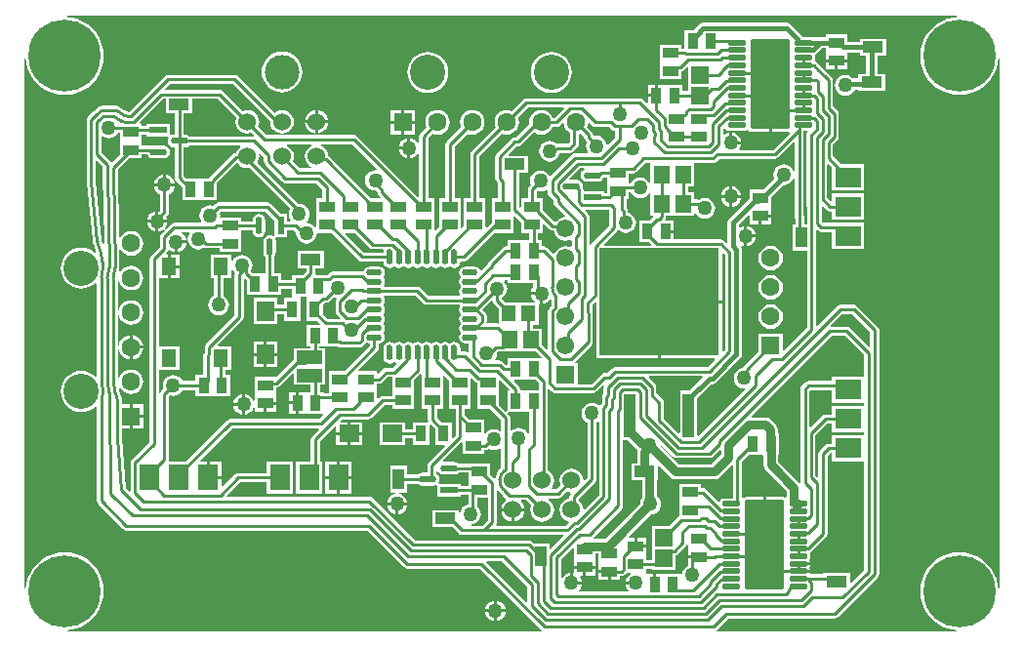
<source format=gtl>
G04*
G04 #@! TF.GenerationSoftware,Altium Limited,Altium Designer,25.0.2 (28)*
G04*
G04 Layer_Physical_Order=1*
G04 Layer_Color=255*
%FSLAX24Y24*%
%MOIN*%
G70*
G04*
G04 #@! TF.SameCoordinates,81A3336F-67A3-4ED7-803A-E09BC6C04D2E*
G04*
G04*
G04 #@! TF.FilePolarity,Positive*
G04*
G01*
G75*
%ADD11C,0.0100*%
%ADD16R,0.0531X0.0374*%
G04:AMPARAMS|DCode=17|XSize=59.1mil|YSize=17.7mil|CornerRadius=1.9mil|HoleSize=0mil|Usage=FLASHONLY|Rotation=0.000|XOffset=0mil|YOffset=0mil|HoleType=Round|Shape=RoundedRectangle|*
%AMROUNDEDRECTD17*
21,1,0.0591,0.0138,0,0,0.0*
21,1,0.0552,0.0177,0,0,0.0*
1,1,0.0039,0.0276,-0.0069*
1,1,0.0039,-0.0276,-0.0069*
1,1,0.0039,-0.0276,0.0069*
1,1,0.0039,0.0276,0.0069*
%
%ADD17ROUNDEDRECTD17*%
%ADD18R,0.0709X0.0394*%
%ADD19R,0.0394X0.0709*%
%ADD20R,0.0591X0.0689*%
%ADD21R,0.0600X0.0228*%
G04:AMPARAMS|DCode=22|XSize=60mil|YSize=22.8mil|CornerRadius=11.4mil|HoleSize=0mil|Usage=FLASHONLY|Rotation=180.000|XOffset=0mil|YOffset=0mil|HoleType=Round|Shape=RoundedRectangle|*
%AMROUNDEDRECTD22*
21,1,0.0600,0.0000,0,0,180.0*
21,1,0.0373,0.0228,0,0,180.0*
1,1,0.0228,-0.0186,0.0000*
1,1,0.0228,0.0186,0.0000*
1,1,0.0228,0.0186,0.0000*
1,1,0.0228,-0.0186,0.0000*
%
%ADD22ROUNDEDRECTD22*%
%ADD23R,0.0613X0.0612*%
%ADD24R,0.0512X0.0610*%
%ADD25R,0.0374X0.0531*%
%ADD26R,0.0472X0.0551*%
%ADD27R,0.0551X0.0591*%
%ADD28R,0.0394X0.1496*%
%ADD29R,0.4094X0.3661*%
%ADD30O,0.0217X0.0531*%
%ADD31O,0.0531X0.0217*%
%ADD32R,0.0689X0.0591*%
G04:AMPARAMS|DCode=33|XSize=60mil|YSize=22.8mil|CornerRadius=11.4mil|HoleSize=0mil|Usage=FLASHONLY|Rotation=270.000|XOffset=0mil|YOffset=0mil|HoleType=Round|Shape=RoundedRectangle|*
%AMROUNDEDRECTD33*
21,1,0.0600,0.0000,0,0,270.0*
21,1,0.0373,0.0228,0,0,270.0*
1,1,0.0228,0.0000,-0.0186*
1,1,0.0228,0.0000,0.0186*
1,1,0.0228,0.0000,0.0186*
1,1,0.0228,0.0000,-0.0186*
%
%ADD33ROUNDEDRECTD33*%
%ADD34R,0.0228X0.0600*%
%ADD35R,0.0866X0.0453*%
%ADD36R,0.0374X0.0571*%
%ADD51R,0.0701X0.0902*%
%ADD57R,0.0902X0.0701*%
%ADD58C,0.0100*%
G04:AMPARAMS|DCode=59|XSize=133.9mil|YSize=307.1mil|CornerRadius=2mil|HoleSize=0mil|Usage=FLASHONLY|Rotation=0.000|XOffset=0mil|YOffset=0mil|HoleType=Round|Shape=RoundedRectangle|*
%AMROUNDEDRECTD59*
21,1,0.1339,0.3031,0,0,0.0*
21,1,0.1298,0.3071,0,0,0.0*
1,1,0.0040,0.0649,-0.1515*
1,1,0.0040,-0.0649,-0.1515*
1,1,0.0040,-0.0649,0.1515*
1,1,0.0040,0.0649,0.1515*
%
%ADD59ROUNDEDRECTD59*%
%ADD60C,0.0300*%
%ADD61C,0.0170*%
%ADD62C,0.0630*%
%ADD63R,0.0630X0.0630*%
%ADD64C,0.0610*%
%ADD65R,0.0610X0.0610*%
%ADD66C,0.0600*%
%ADD67C,0.1181*%
%ADD68C,0.2461*%
%ADD69C,0.0632*%
%ADD70C,0.1201*%
%ADD71R,0.0632X0.0632*%
%ADD72R,0.0632X0.0632*%
%ADD73C,0.0500*%
%ADD74C,0.0197*%
G36*
X53462Y39281D02*
X53464Y39231D01*
X53338Y39221D01*
X53134Y39173D01*
X52941Y39092D01*
X52762Y38983D01*
X52603Y38847D01*
X52467Y38688D01*
X52358Y38509D01*
X52277Y38316D01*
X52229Y38112D01*
X52212Y37903D01*
X52229Y37695D01*
X52277Y37491D01*
X52358Y37298D01*
X52467Y37119D01*
X52603Y36960D01*
X52762Y36824D01*
X52941Y36715D01*
X53134Y36634D01*
X53338Y36586D01*
X53547Y36569D01*
X53755Y36586D01*
X53959Y36634D01*
X54152Y36715D01*
X54331Y36824D01*
X54490Y36960D01*
X54626Y37119D01*
X54736Y37298D01*
X54816Y37491D01*
X54865Y37695D01*
X54875Y37821D01*
X54925Y37819D01*
X54925Y19705D01*
X54875Y19703D01*
X54865Y19829D01*
X54816Y20033D01*
X54736Y20226D01*
X54626Y20405D01*
X54490Y20564D01*
X54331Y20700D01*
X54152Y20809D01*
X53959Y20889D01*
X53755Y20938D01*
X53547Y20955D01*
X53338Y20938D01*
X53134Y20889D01*
X52941Y20809D01*
X52762Y20700D01*
X52603Y20564D01*
X52467Y20405D01*
X52358Y20226D01*
X52277Y20033D01*
X52229Y19829D01*
X52212Y19620D01*
X52229Y19412D01*
X52277Y19208D01*
X52358Y19015D01*
X52467Y18836D01*
X52603Y18677D01*
X52762Y18541D01*
X52941Y18431D01*
X53134Y18351D01*
X53338Y18302D01*
X53464Y18292D01*
X53462Y18242D01*
X45274D01*
X45259Y18290D01*
X45259Y18292D01*
X45663Y18697D01*
X49296D01*
X49355Y18709D01*
X49404Y18742D01*
X50758Y20096D01*
X50791Y20145D01*
X50803Y20204D01*
Y28550D01*
X50791Y28609D01*
X50758Y28658D01*
X50058Y29358D01*
X50009Y29391D01*
X49950Y29403D01*
X49475D01*
X49416Y29391D01*
X49367Y29358D01*
X48696Y28687D01*
X48650Y28707D01*
Y31951D01*
X48696Y31971D01*
X48724Y31942D01*
X48774Y31909D01*
X48832Y31897D01*
X49199D01*
Y31300D01*
X50301D01*
Y32200D01*
X49464D01*
X49450Y32203D01*
X48896D01*
X48850Y32249D01*
Y32745D01*
X48896Y32764D01*
X49018Y32642D01*
X49068Y32609D01*
X49126Y32597D01*
X49199D01*
Y32300D01*
X50301D01*
Y33200D01*
X49199D01*
Y32964D01*
X49149Y32943D01*
X49029Y33063D01*
Y34189D01*
X49076Y34208D01*
X49199Y34084D01*
Y33300D01*
X50301D01*
Y34200D01*
X49516D01*
X49229Y34487D01*
Y34887D01*
X49387Y35045D01*
X49420Y35095D01*
X49432Y35153D01*
Y35929D01*
X49420Y35987D01*
X49387Y36037D01*
X49232Y36192D01*
Y36614D01*
X49229Y36626D01*
Y37074D01*
X49218Y37132D01*
X49185Y37182D01*
X49051Y37316D01*
X49041Y37322D01*
X48849Y37515D01*
X48842Y37524D01*
X48688Y37679D01*
X48638Y37712D01*
X48629Y37765D01*
X48631Y37775D01*
Y37913D01*
X48625Y37945D01*
X48683Y37984D01*
X48866Y38166D01*
X48984D01*
Y38082D01*
X48984Y38068D01*
X48984D01*
Y38032D01*
X48984D01*
Y37795D01*
X49716D01*
Y38011D01*
X50146D01*
Y37903D01*
X50361D01*
Y37297D01*
X50096D01*
Y37139D01*
X49908D01*
X49900Y37150D01*
X49827Y37206D01*
X49741Y37241D01*
X49650Y37253D01*
X49559Y37241D01*
X49473Y37206D01*
X49400Y37150D01*
X49344Y37077D01*
X49309Y36991D01*
X49297Y36900D01*
X49309Y36809D01*
X49344Y36723D01*
X49400Y36650D01*
X49473Y36594D01*
X49559Y36559D01*
X49650Y36547D01*
X49741Y36559D01*
X49827Y36594D01*
X49900Y36650D01*
X49956Y36723D01*
X49971Y36761D01*
X50096D01*
Y36703D01*
X51004D01*
Y37297D01*
X50739D01*
Y37903D01*
X51054D01*
Y38497D01*
X50146D01*
Y38389D01*
X49716D01*
Y38642D01*
X48984D01*
Y38544D01*
X48523D01*
X48509Y38547D01*
X48195D01*
X48157Y38605D01*
X47777Y38984D01*
X47716Y39025D01*
X47644Y39039D01*
X44786D01*
X44714Y39025D01*
X44653Y38984D01*
X44545Y38876D01*
X44504Y38815D01*
X44502Y38808D01*
X44460Y38766D01*
X44153D01*
Y38153D01*
X44066D01*
Y38287D01*
X43334D01*
Y37713D01*
X43334Y37713D01*
Y37677D01*
X43334D01*
X43334Y37663D01*
Y37103D01*
X44066D01*
Y37382D01*
X44085Y37385D01*
X44135Y37419D01*
X44247Y37531D01*
X44294Y37512D01*
Y36839D01*
Y36708D01*
X44092D01*
Y36916D01*
X43518D01*
Y36916D01*
X43482D01*
Y36916D01*
X43245D01*
Y36550D01*
X43195D01*
Y36500D01*
X42908D01*
Y36305D01*
X42862Y36286D01*
X42737Y36411D01*
X42687Y36444D01*
X42629Y36456D01*
X38756D01*
X38698Y36444D01*
X38648Y36411D01*
X38256Y36019D01*
X38199Y36042D01*
X38091Y36057D01*
X37982Y36042D01*
X37881Y36000D01*
X37794Y35934D01*
X37727Y35847D01*
X37685Y35746D01*
X37671Y35637D01*
X37685Y35528D01*
X37709Y35472D01*
X36892Y34655D01*
X36859Y34605D01*
X36847Y34546D01*
Y33047D01*
X36634D01*
Y32473D01*
X36634D01*
Y32437D01*
X36634D01*
Y32105D01*
X36562Y32032D01*
X36516Y32052D01*
Y32423D01*
X36516Y32437D01*
Y32473D01*
X36516Y32487D01*
Y33047D01*
X36303D01*
Y34814D01*
X36744Y35255D01*
X36801Y35232D01*
X36909Y35217D01*
X37018Y35232D01*
X37119Y35274D01*
X37206Y35340D01*
X37273Y35427D01*
X37315Y35528D01*
X37329Y35637D01*
X37315Y35746D01*
X37273Y35847D01*
X37206Y35934D01*
X37119Y36000D01*
X37018Y36042D01*
X36909Y36057D01*
X36801Y36042D01*
X36700Y36000D01*
X36613Y35934D01*
X36546Y35847D01*
X36504Y35746D01*
X36490Y35637D01*
X36504Y35528D01*
X36528Y35472D01*
X36042Y34986D01*
X36009Y34936D01*
X35997Y34878D01*
Y33047D01*
X35784D01*
Y32487D01*
X35784Y32473D01*
Y32437D01*
X35784Y32423D01*
Y32079D01*
X35662Y31957D01*
X35616Y31976D01*
Y32437D01*
X35616D01*
Y32473D01*
X35616D01*
Y33047D01*
X35403D01*
Y35095D01*
X35563Y35255D01*
X35620Y35232D01*
X35728Y35217D01*
X35837Y35232D01*
X35938Y35274D01*
X36025Y35340D01*
X36092Y35427D01*
X36134Y35528D01*
X36148Y35637D01*
X36134Y35746D01*
X36092Y35847D01*
X36025Y35934D01*
X35938Y36000D01*
X35837Y36042D01*
X35728Y36057D01*
X35620Y36042D01*
X35519Y36000D01*
X35432Y35934D01*
X35365Y35847D01*
X35323Y35746D01*
X35309Y35637D01*
X35323Y35528D01*
X35347Y35472D01*
X35142Y35267D01*
X35109Y35217D01*
X35097Y35159D01*
Y34951D01*
X35047Y34938D01*
X35000Y35000D01*
X34927Y35056D01*
X34841Y35091D01*
X34800Y35096D01*
Y34750D01*
Y34404D01*
X34841Y34409D01*
X34927Y34444D01*
X35000Y34500D01*
X35047Y34562D01*
X35097Y34549D01*
Y33116D01*
X35051Y33097D01*
X32990Y35158D01*
X32940Y35191D01*
X32882Y35203D01*
X29895D01*
X29600Y35498D01*
X29624Y35554D01*
X29637Y35658D01*
X29624Y35763D01*
X29583Y35860D01*
X29519Y35943D01*
X29436Y36008D01*
X29338Y36048D01*
X29234Y36062D01*
X29129Y36048D01*
X29074Y36025D01*
X28393Y36705D01*
X28344Y36738D01*
X28285Y36750D01*
X26448D01*
X26429Y36796D01*
X26580Y36947D01*
X28737D01*
X30007Y35677D01*
X30013Y35672D01*
X30012Y35658D01*
X30025Y35554D01*
X30066Y35456D01*
X30130Y35373D01*
X30213Y35309D01*
X30311Y35268D01*
X30415Y35255D01*
X30519Y35268D01*
X30617Y35309D01*
X30700Y35373D01*
X30764Y35456D01*
X30805Y35554D01*
X30818Y35658D01*
X30805Y35763D01*
X30764Y35860D01*
X30700Y35943D01*
X30617Y36008D01*
X30519Y36048D01*
X30415Y36062D01*
X30311Y36048D01*
X30213Y36008D01*
X30154Y35962D01*
X28908Y37208D01*
X28859Y37241D01*
X28800Y37253D01*
X26517D01*
X26458Y37241D01*
X26408Y37208D01*
X25197Y35996D01*
X25061Y36040D01*
X25049Y36042D01*
X25038Y36046D01*
X25033Y36047D01*
X24832Y36178D01*
X24819Y36183D01*
X24807Y36191D01*
X24792Y36194D01*
X24777Y36200D01*
X24763Y36200D01*
X24749Y36203D01*
X24251D01*
X24228Y36198D01*
X24204Y36195D01*
X24199Y36192D01*
X24193Y36191D01*
X24173Y36178D01*
X24152Y36166D01*
X23976Y36016D01*
X23973Y36012D01*
X23968Y36008D01*
X23792Y35832D01*
X23759Y35783D01*
X23747Y35724D01*
Y33600D01*
X23749Y33592D01*
X23748Y33585D01*
X23944Y31615D01*
X23944Y31570D01*
X23944Y31565D01*
X23947Y31555D01*
X23962Y31510D01*
X23980Y31466D01*
X24008Y31400D01*
X24060Y31218D01*
X24016Y31190D01*
X23953Y31241D01*
X23832Y31307D01*
X23700Y31347D01*
X23562Y31360D01*
X23425Y31347D01*
X23293Y31307D01*
X23171Y31241D01*
X23065Y31154D01*
X22977Y31047D01*
X22912Y30926D01*
X22872Y30794D01*
X22858Y30656D01*
X22872Y30519D01*
X22912Y30387D01*
X22977Y30265D01*
X23065Y30159D01*
X23171Y30071D01*
X23293Y30006D01*
X23425Y29966D01*
X23562Y29953D01*
X23700Y29966D01*
X23832Y30006D01*
X23953Y30071D01*
X24047Y30148D01*
X24097Y30130D01*
Y27047D01*
Y26974D01*
X24079Y26958D01*
X24048Y26951D01*
X23953Y27029D01*
X23832Y27094D01*
X23700Y27134D01*
X23562Y27147D01*
X23425Y27134D01*
X23293Y27094D01*
X23171Y27029D01*
X23065Y26941D01*
X22977Y26835D01*
X22912Y26713D01*
X22872Y26581D01*
X22858Y26444D01*
X22872Y26306D01*
X22912Y26174D01*
X22977Y26053D01*
X23065Y25946D01*
X23171Y25859D01*
X23293Y25793D01*
X23425Y25753D01*
X23562Y25740D01*
X23700Y25753D01*
X23832Y25793D01*
X23953Y25859D01*
X24047Y25936D01*
X24097Y25918D01*
Y22700D01*
X24109Y22641D01*
X24142Y22592D01*
X24171Y22563D01*
X24171Y22563D01*
X24992Y21742D01*
X25041Y21709D01*
X25100Y21697D01*
X33338D01*
X34593Y20443D01*
X34642Y20409D01*
X34701Y20398D01*
X37172D01*
X39277Y18292D01*
X39277Y18290D01*
X39262Y18242D01*
X23081Y18242D01*
X23079Y18292D01*
X23205Y18302D01*
X23409Y18351D01*
X23602Y18431D01*
X23781Y18541D01*
X23940Y18677D01*
X24076Y18836D01*
X24185Y19015D01*
X24266Y19208D01*
X24314Y19412D01*
X24331Y19620D01*
X24314Y19829D01*
X24266Y20033D01*
X24185Y20226D01*
X24076Y20405D01*
X23940Y20564D01*
X23781Y20700D01*
X23602Y20809D01*
X23409Y20889D01*
X23205Y20938D01*
X22996Y20955D01*
X22788Y20938D01*
X22584Y20889D01*
X22391Y20809D01*
X22212Y20700D01*
X22053Y20564D01*
X21917Y20405D01*
X21808Y20226D01*
X21727Y20033D01*
X21679Y19829D01*
X21669Y19703D01*
X21619Y19705D01*
X21619Y37819D01*
X21669Y37821D01*
X21679Y37695D01*
X21727Y37491D01*
X21808Y37298D01*
X21917Y37119D01*
X22053Y36960D01*
X22212Y36824D01*
X22391Y36715D01*
X22584Y36634D01*
X22788Y36586D01*
X22996Y36569D01*
X23205Y36586D01*
X23409Y36634D01*
X23602Y36715D01*
X23781Y36824D01*
X23940Y36960D01*
X24076Y37119D01*
X24185Y37298D01*
X24266Y37491D01*
X24314Y37695D01*
X24331Y37903D01*
X24314Y38112D01*
X24266Y38316D01*
X24185Y38509D01*
X24076Y38688D01*
X23940Y38847D01*
X23781Y38983D01*
X23602Y39092D01*
X23409Y39173D01*
X23205Y39221D01*
X23079Y39231D01*
X23081Y39281D01*
X53462Y39281D01*
D02*
G37*
G36*
X40044Y36104D02*
X39730Y35790D01*
X39659D01*
X39635Y35847D01*
X39568Y35934D01*
X39481Y36000D01*
X39380Y36042D01*
X39272Y36057D01*
X39163Y36042D01*
X39062Y36000D01*
X38975Y35934D01*
X38908Y35847D01*
X38866Y35746D01*
X38852Y35637D01*
X38860Y35574D01*
X38410Y35124D01*
X38358D01*
X38299Y35112D01*
X38250Y35079D01*
X37738Y34567D01*
X37704Y34518D01*
X37693Y34459D01*
Y33730D01*
X37704Y33672D01*
X37738Y33622D01*
X37797Y33563D01*
Y33047D01*
X37584D01*
Y32473D01*
X37584D01*
Y32437D01*
X37584D01*
Y32231D01*
X37412Y32058D01*
X37366Y32077D01*
Y32437D01*
X37366D01*
Y32473D01*
X37366D01*
Y33047D01*
X37153D01*
Y34483D01*
X37925Y35255D01*
X37982Y35232D01*
X38091Y35217D01*
X38199Y35232D01*
X38300Y35274D01*
X38387Y35340D01*
X38454Y35427D01*
X38496Y35528D01*
X38510Y35637D01*
X38496Y35746D01*
X38472Y35802D01*
X38820Y36150D01*
X40025D01*
X40044Y36104D01*
D02*
G37*
G36*
X47142Y35311D02*
X47716D01*
X47737Y35261D01*
X47174Y34698D01*
X46058D01*
X46036Y34743D01*
X46056Y34769D01*
X46091Y34854D01*
X46096Y34895D01*
X45750D01*
Y34945D01*
X45700D01*
Y35292D01*
X45659Y35286D01*
X45573Y35251D01*
X45535Y35222D01*
X45485Y35246D01*
Y35418D01*
X45509Y35436D01*
X45551Y35427D01*
X45565Y35420D01*
X45588Y35386D01*
X45628Y35359D01*
X45674Y35350D01*
X46226D01*
X46272Y35359D01*
X46286Y35368D01*
X46286Y35368D01*
X46347Y35358D01*
X46350Y35356D01*
X46356Y35347D01*
X46396Y35320D01*
X46443Y35311D01*
X47042D01*
Y36948D01*
X47142D01*
Y35311D01*
D02*
G37*
G36*
X40039Y35595D02*
X40048Y35528D01*
X40089Y35427D01*
X40156Y35340D01*
X40243Y35274D01*
X40248Y35271D01*
Y34965D01*
X40187Y34903D01*
X39800D01*
X39796Y34902D01*
X39727Y34956D01*
X39641Y34991D01*
X39550Y35003D01*
X39459Y34991D01*
X39373Y34956D01*
X39300Y34900D01*
X39244Y34827D01*
X39209Y34741D01*
X39197Y34650D01*
X39209Y34559D01*
X39244Y34473D01*
X39300Y34400D01*
X39373Y34344D01*
X39459Y34309D01*
X39550Y34297D01*
X39641Y34309D01*
X39727Y34344D01*
X39800Y34400D01*
X39856Y34473D01*
X39891Y34559D01*
X39896Y34597D01*
X40250D01*
X40309Y34609D01*
X40358Y34642D01*
X40510Y34793D01*
X40543Y34843D01*
X40554Y34901D01*
Y35231D01*
X40561Y35232D01*
X40619Y35256D01*
X40736Y35138D01*
Y35131D01*
X40747Y35073D01*
X40781Y35023D01*
X40832Y34971D01*
X40811Y34920D01*
X40799Y34829D01*
X40811Y34737D01*
X40846Y34652D01*
X40866Y34626D01*
X40844Y34582D01*
X40428D01*
X40370Y34570D01*
X40320Y34537D01*
X39596Y33812D01*
X39538Y33826D01*
X39491Y33887D01*
X39418Y33943D01*
X39333Y33978D01*
X39242Y33990D01*
X39150Y33978D01*
X39065Y33943D01*
X38992Y33887D01*
X38936Y33814D01*
X38901Y33729D01*
X38889Y33637D01*
X38901Y33546D01*
X38911Y33522D01*
X38851Y33462D01*
X38818Y33412D01*
X38806Y33354D01*
Y33042D01*
X38584D01*
Y32754D01*
X38534Y32729D01*
X38519Y32740D01*
Y33344D01*
X38507Y33402D01*
X38503Y33409D01*
Y33903D01*
X38804D01*
Y34497D01*
X38165D01*
X38146Y34543D01*
X38421Y34818D01*
X38474D01*
X38532Y34830D01*
X38582Y34863D01*
X39023Y35304D01*
X39062Y35274D01*
X39163Y35232D01*
X39272Y35217D01*
X39380Y35232D01*
X39481Y35274D01*
X39568Y35340D01*
X39635Y35427D01*
X39659Y35484D01*
X39794D01*
X39852Y35496D01*
X39902Y35529D01*
X39986Y35613D01*
X40039Y35595D01*
D02*
G37*
G36*
X26446Y35953D02*
X26755D01*
Y35218D01*
X26722D01*
X26642Y35202D01*
X26631Y35202D01*
X26592Y35223D01*
Y35588D01*
X25792D01*
Y35527D01*
X25616D01*
Y35592D01*
X25573D01*
X25554Y35638D01*
X26360Y36444D01*
X26446D01*
Y35953D01*
D02*
G37*
G36*
X28861Y35804D02*
X28844Y35763D01*
X28830Y35658D01*
X28844Y35554D01*
X28884Y35456D01*
X28949Y35373D01*
X29032Y35309D01*
X29129Y35268D01*
X29234Y35255D01*
X29338Y35268D01*
X29380Y35286D01*
X29465Y35201D01*
X29456Y35172D01*
X29442Y35153D01*
X27250D01*
X27249Y35154D01*
X27178Y35201D01*
X27095Y35218D01*
X27061D01*
Y35953D01*
X27354D01*
Y36444D01*
X28222D01*
X28861Y35804D01*
D02*
G37*
G36*
X24884Y35291D02*
Y35018D01*
X24884D01*
Y34982D01*
X24884D01*
Y34545D01*
X24620Y34281D01*
X24576Y34281D01*
X24556Y34288D01*
X24253Y34619D01*
Y35142D01*
X24298Y35164D01*
X24323Y35144D01*
X24409Y35109D01*
X24500Y35097D01*
X24591Y35109D01*
X24677Y35144D01*
X24750Y35200D01*
X24806Y35273D01*
X24814Y35292D01*
X24884Y35291D01*
D02*
G37*
G36*
X41004Y35529D02*
X41053Y35496D01*
X41112Y35484D01*
X41584D01*
X41676Y35392D01*
X41726Y35359D01*
X41784Y35347D01*
X41794D01*
Y35122D01*
X41544Y34872D01*
X41497Y34888D01*
X41493Y34920D01*
X41458Y35005D01*
X41401Y35078D01*
X41328Y35134D01*
X41243Y35170D01*
X41152Y35182D01*
X41083Y35173D01*
X41042Y35202D01*
X41030Y35260D01*
X40997Y35310D01*
X40835Y35472D01*
X40858Y35528D01*
X40867Y35595D01*
X40920Y35613D01*
X41004Y35529D01*
D02*
G37*
G36*
X25792Y35160D02*
X26512D01*
X26539Y35110D01*
X26521Y35083D01*
X26504Y35000D01*
X26521Y34917D01*
X26568Y34846D01*
X26639Y34799D01*
X26722Y34782D01*
X26755D01*
Y33737D01*
X26767Y33678D01*
X26800Y33628D01*
X27008Y33421D01*
Y32984D01*
X27582D01*
Y32984D01*
X27618D01*
Y32984D01*
X28192D01*
Y33551D01*
X28195Y33566D01*
Y33582D01*
X28859Y34246D01*
X28909Y34243D01*
X28949Y34192D01*
X29032Y34128D01*
X29129Y34087D01*
X29234Y34074D01*
X29306Y34083D01*
X30702Y32687D01*
X30694Y32677D01*
X30659Y32591D01*
X30647Y32500D01*
X30659Y32409D01*
X30694Y32323D01*
X30708Y32306D01*
X30685Y32261D01*
X30588D01*
Y32508D01*
X30377D01*
X30027Y32858D01*
X29977Y32891D01*
X29919Y32903D01*
X28250D01*
X28191Y32891D01*
X28142Y32858D01*
X28065Y32781D01*
X28041Y32791D01*
X27950Y32803D01*
X27859Y32791D01*
X27773Y32756D01*
X27700Y32700D01*
X27644Y32627D01*
X27609Y32541D01*
X27597Y32450D01*
X27609Y32359D01*
X27644Y32273D01*
X27664Y32248D01*
X27642Y32203D01*
X26734D01*
X26676Y32191D01*
X26626Y32158D01*
X26444Y31976D01*
X26406Y32009D01*
X26422Y32030D01*
X26456Y32073D01*
X26491Y32159D01*
X26496Y32200D01*
X26200D01*
Y31904D01*
X26241Y31909D01*
X26327Y31944D01*
X26370Y31978D01*
X26391Y31994D01*
X26424Y31956D01*
X26292Y31824D01*
X26259Y31774D01*
X26247Y31716D01*
Y31387D01*
X25942Y31082D01*
X25909Y31032D01*
X25897Y30974D01*
Y24727D01*
X25291Y24121D01*
X25258Y24071D01*
X25247Y24013D01*
Y23040D01*
X25197Y23020D01*
X25071Y23145D01*
X24950Y24865D01*
Y25181D01*
X25213D01*
Y25597D01*
Y26013D01*
X24950D01*
Y26154D01*
X24945Y26180D01*
X24941Y26206D01*
X24885Y26357D01*
X24871Y26403D01*
X24871Y26403D01*
X24871Y26403D01*
X24867Y26442D01*
X24867Y26444D01*
X24866Y26452D01*
X24859Y26542D01*
X24908Y26558D01*
X24966Y26482D01*
X25053Y26415D01*
X25154Y26373D01*
X25263Y26359D01*
X25372Y26373D01*
X25473Y26415D01*
X25560Y26482D01*
X25626Y26569D01*
X25668Y26670D01*
X25683Y26778D01*
X25668Y26887D01*
X25626Y26988D01*
X25560Y27075D01*
X25473Y27142D01*
X25372Y27184D01*
X25263Y27198D01*
X25154Y27184D01*
X25053Y27142D01*
X24966Y27075D01*
X24900Y26988D01*
X24868Y26910D01*
X24818Y26920D01*
Y27164D01*
X24813Y27185D01*
X24811Y27207D01*
X24807Y27220D01*
X24803Y27235D01*
Y27884D01*
X24853Y27887D01*
X24858Y27851D01*
X24900Y27750D01*
X24966Y27663D01*
X25053Y27596D01*
X25154Y27554D01*
X25213Y27547D01*
Y27959D01*
Y28372D01*
X25154Y28365D01*
X25053Y28323D01*
X24966Y28256D01*
X24900Y28169D01*
X24858Y28068D01*
X24853Y28031D01*
X24803Y28035D01*
Y29065D01*
X24853Y29069D01*
X24858Y29032D01*
X24900Y28931D01*
X24966Y28844D01*
X25053Y28777D01*
X25154Y28735D01*
X25263Y28721D01*
X25372Y28735D01*
X25473Y28777D01*
X25560Y28844D01*
X25626Y28931D01*
X25668Y29032D01*
X25683Y29141D01*
X25668Y29249D01*
X25626Y29350D01*
X25560Y29437D01*
X25473Y29504D01*
X25372Y29546D01*
X25263Y29560D01*
X25154Y29546D01*
X25053Y29504D01*
X24966Y29437D01*
X24900Y29350D01*
X24858Y29249D01*
X24853Y29213D01*
X24803Y29216D01*
Y30235D01*
X24804Y30235D01*
X24858Y30213D01*
X24900Y30112D01*
X24966Y30025D01*
X25053Y29958D01*
X25154Y29916D01*
X25263Y29902D01*
X25372Y29916D01*
X25473Y29958D01*
X25560Y30025D01*
X25626Y30112D01*
X25668Y30213D01*
X25683Y30322D01*
X25668Y30430D01*
X25626Y30531D01*
X25560Y30618D01*
X25473Y30685D01*
X25372Y30727D01*
X25263Y30741D01*
X25154Y30727D01*
X25053Y30685D01*
X24966Y30618D01*
X24908Y30542D01*
X24859Y30558D01*
X24867Y30656D01*
X24865Y30678D01*
X24865Y30681D01*
X24854Y31273D01*
X24885Y31286D01*
X24904Y31287D01*
X24966Y31206D01*
X25053Y31139D01*
X25154Y31098D01*
X25263Y31083D01*
X25372Y31098D01*
X25473Y31139D01*
X25560Y31206D01*
X25626Y31293D01*
X25668Y31394D01*
X25683Y31503D01*
X25668Y31611D01*
X25626Y31713D01*
X25560Y31799D01*
X25473Y31866D01*
X25372Y31908D01*
X25263Y31922D01*
X25154Y31908D01*
X25053Y31866D01*
X24966Y31799D01*
X24900Y31713D01*
X24896Y31704D01*
X24846Y31714D01*
X24803Y34013D01*
Y34032D01*
X25179Y34408D01*
X25616D01*
Y34542D01*
X25804D01*
X25851Y34472D01*
X25922Y34425D01*
X26005Y34408D01*
X26378D01*
X26461Y34425D01*
X26532Y34472D01*
X26579Y34543D01*
X26596Y34626D01*
X26579Y34709D01*
X26532Y34780D01*
X26461Y34827D01*
X26378Y34844D01*
X26005D01*
X25962Y34835D01*
X25961Y34836D01*
X25902Y34848D01*
X25616D01*
Y34982D01*
X25616D01*
Y35018D01*
X25616D01*
Y35221D01*
X25792D01*
Y35160D01*
D02*
G37*
G36*
X31444Y34847D02*
X31394Y34826D01*
X31311Y34762D01*
X31247Y34679D01*
X31206Y34581D01*
X31193Y34477D01*
X31206Y34373D01*
X31247Y34275D01*
X31311Y34192D01*
X31394Y34128D01*
X31416Y34119D01*
X31406Y34069D01*
X31029D01*
X30782Y34317D01*
X30805Y34373D01*
X30818Y34477D01*
X30805Y34581D01*
X30764Y34679D01*
X30700Y34762D01*
X30617Y34826D01*
X30567Y34847D01*
X30577Y34897D01*
X31434D01*
X31444Y34847D01*
D02*
G37*
G36*
X33661Y34054D02*
X33638Y34007D01*
X33608Y34011D01*
X33516Y33999D01*
X33431Y33964D01*
X33358Y33907D01*
X33302Y33834D01*
X33267Y33749D01*
X33255Y33658D01*
X33267Y33566D01*
X33302Y33481D01*
X33358Y33408D01*
X33431Y33352D01*
X33516Y33317D01*
X33608Y33305D01*
X33633Y33308D01*
X33678Y33263D01*
Y33245D01*
X33690Y33186D01*
X33723Y33137D01*
X33772Y33088D01*
X33753Y33042D01*
X33451D01*
X32013Y34479D01*
X31998Y34490D01*
X31986Y34581D01*
X31945Y34679D01*
X31881Y34762D01*
X31798Y34826D01*
X31748Y34847D01*
X31758Y34897D01*
X32818D01*
X33661Y34054D01*
D02*
G37*
G36*
X47923Y34949D02*
Y33996D01*
X47873Y33986D01*
X47856Y34027D01*
X47800Y34100D01*
X47727Y34156D01*
X47641Y34191D01*
X47550Y34203D01*
X47459Y34191D01*
X47373Y34156D01*
X47300Y34100D01*
X47244Y34027D01*
X47209Y33941D01*
X47197Y33850D01*
X47209Y33759D01*
X47226Y33719D01*
X46849Y33342D01*
X46384D01*
Y33060D01*
X45682Y32358D01*
X45641Y32296D01*
X45626Y32224D01*
Y31545D01*
X45580Y31526D01*
X45514Y31592D01*
X45464Y31626D01*
X45406Y31637D01*
X43792D01*
Y31850D01*
X43505D01*
Y31950D01*
X43792D01*
Y32266D01*
X43521D01*
X43497Y32316D01*
X43517Y32346D01*
X43529Y32405D01*
Y32455D01*
X44500D01*
Y32503D01*
X44524Y32514D01*
X44550Y32517D01*
X44600Y32450D01*
X44673Y32394D01*
X44759Y32359D01*
X44850Y32347D01*
X44941Y32359D01*
X45027Y32394D01*
X45100Y32450D01*
X45156Y32523D01*
X45191Y32609D01*
X45203Y32700D01*
X45191Y32791D01*
X45156Y32877D01*
X45100Y32950D01*
X45027Y33006D01*
X44941Y33041D01*
X44850Y33053D01*
X44759Y33041D01*
X44673Y33006D01*
X44653Y32990D01*
X44650Y32991D01*
X44592Y33003D01*
X44500D01*
Y33245D01*
X44277D01*
Y33455D01*
X44500D01*
Y34245D01*
X44549Y34247D01*
X45136D01*
X45194Y34259D01*
X45244Y34292D01*
X45344Y34392D01*
X47238D01*
X47296Y34404D01*
X47346Y34437D01*
X47876Y34968D01*
X47923Y34949D01*
D02*
G37*
G36*
X28994Y34797D02*
X28949Y34762D01*
X28884Y34679D01*
X28851Y34599D01*
X28842D01*
X28784Y34587D01*
X28734Y34554D01*
X27934Y33754D01*
X27909Y33716D01*
X27618D01*
Y33716D01*
X27582D01*
Y33716D01*
X27145D01*
X27061Y33800D01*
Y34782D01*
X27095D01*
X27178Y34799D01*
X27249Y34846D01*
X27250Y34847D01*
X28977D01*
X28994Y34797D01*
D02*
G37*
G36*
X43000Y34245D02*
Y33597D01*
X42976Y33586D01*
X42950Y33583D01*
X42900Y33650D01*
X42827Y33706D01*
X42741Y33741D01*
X42650Y33753D01*
X42559Y33741D01*
X42473Y33706D01*
X42400Y33650D01*
X42344Y33577D01*
X42344Y33576D01*
X42288Y33565D01*
X42266Y33582D01*
Y33618D01*
X42266D01*
Y33889D01*
X42408D01*
X42466Y33901D01*
X42516Y33934D01*
X42829Y34247D01*
X42951D01*
X43000Y34245D01*
D02*
G37*
G36*
X47923Y33704D02*
Y32418D01*
X47934Y32359D01*
X47947Y32340D01*
Y32154D01*
X47853D01*
Y31246D01*
X48344D01*
Y28618D01*
X47561Y27835D01*
X47515Y27855D01*
Y28415D01*
X46685D01*
Y27801D01*
X46165Y27281D01*
X46144Y27250D01*
X46105Y27244D01*
X46020Y27209D01*
X45947Y27153D01*
X45891Y27080D01*
X45856Y26995D01*
X45844Y26903D01*
X45856Y26812D01*
X45891Y26727D01*
X45947Y26654D01*
X46020Y26598D01*
X46105Y26562D01*
X46197Y26550D01*
X46207Y26552D01*
X46230Y26504D01*
X44647Y24921D01*
X44597Y24942D01*
Y26203D01*
X45090Y26696D01*
X45107D01*
X45180Y26711D01*
X45241Y26752D01*
X46068Y27579D01*
X46109Y27640D01*
X46124Y27713D01*
Y31287D01*
X46109Y31360D01*
X46095Y31381D01*
X46128Y31422D01*
X46159Y31409D01*
X46200Y31404D01*
Y31750D01*
Y32096D01*
X46159Y32091D01*
X46073Y32056D01*
X46048Y32037D01*
X46004Y32059D01*
Y32146D01*
X46338Y32481D01*
X46384Y32461D01*
Y32158D01*
X46700D01*
Y32445D01*
X46750D01*
Y32495D01*
X47116D01*
Y32732D01*
X47116Y32732D01*
Y32768D01*
X47116D01*
X47116Y32782D01*
Y33075D01*
X47539Y33498D01*
X47550Y33497D01*
X47641Y33509D01*
X47727Y33544D01*
X47800Y33600D01*
X47856Y33673D01*
X47873Y33714D01*
X47923Y33704D01*
D02*
G37*
G36*
X39489Y33329D02*
Y33258D01*
X39500Y33199D01*
X39533Y33150D01*
X39689Y32995D01*
Y32902D01*
X39700Y32843D01*
X39733Y32794D01*
X40072Y32455D01*
X40054Y32403D01*
X39994Y32395D01*
X39896Y32354D01*
X39811Y32289D01*
X39782Y32251D01*
X39727D01*
X39316Y32662D01*
Y33042D01*
X39112D01*
Y33258D01*
X39130Y33276D01*
X39160Y33295D01*
X39242Y33284D01*
X39333Y33296D01*
X39418Y33332D01*
X39444Y33351D01*
X39489Y33329D01*
D02*
G37*
G36*
X40740Y34026D02*
X40739Y34025D01*
X40668Y33978D01*
X40621Y33907D01*
X40604Y33824D01*
X40621Y33741D01*
X40668Y33670D01*
X40739Y33623D01*
X40822Y33606D01*
X41195D01*
X41278Y33623D01*
X41349Y33670D01*
X41396Y33741D01*
X41398Y33752D01*
X41534D01*
Y33618D01*
X41534D01*
Y33582D01*
X41534D01*
Y33229D01*
X41408D01*
Y33290D01*
X40711D01*
Y33328D01*
X40700Y33386D01*
X40687Y33405D01*
X40696Y33450D01*
X40679Y33533D01*
X40632Y33604D01*
X40561Y33651D01*
X40478Y33668D01*
X40232D01*
X40213Y33714D01*
X40574Y34076D01*
X40735D01*
X40740Y34026D01*
D02*
G37*
G36*
X48363Y35300D02*
X48335Y35258D01*
X48323Y35199D01*
Y32834D01*
X48335Y32776D01*
X48344Y32763D01*
Y32154D01*
X48253D01*
Y32393D01*
X48241Y32452D01*
X48229Y32471D01*
Y35350D01*
X48349D01*
X48363Y35300D01*
D02*
G37*
G36*
X29793Y34441D02*
Y34300D01*
X29804Y34241D01*
X29838Y34192D01*
X30422Y33608D01*
X30471Y33574D01*
X30530Y33563D01*
X31588D01*
X31797Y33354D01*
Y33047D01*
X31584D01*
Y32473D01*
X31584D01*
Y32437D01*
X31584D01*
Y32071D01*
X31534Y32054D01*
X31500Y32100D01*
X31427Y32156D01*
X31341Y32191D01*
X31267Y32201D01*
X31250Y32248D01*
X31250Y32251D01*
Y32251D01*
X31306Y32323D01*
X31341Y32409D01*
X31353Y32500D01*
X31341Y32591D01*
X31306Y32677D01*
X31250Y32750D01*
X31177Y32806D01*
X31091Y32841D01*
X31000Y32853D01*
X30972Y32849D01*
X29567Y34254D01*
X29583Y34275D01*
X29624Y34373D01*
X29637Y34477D01*
X29630Y34533D01*
X29677Y34556D01*
X29793Y34441D01*
D02*
G37*
G36*
X42344Y33223D02*
X42400Y33150D01*
X42473Y33094D01*
X42559Y33059D01*
X42650Y33047D01*
X42741Y33059D01*
X42827Y33094D01*
X42900Y33150D01*
X42950Y33217D01*
X42976Y33214D01*
X43000Y33203D01*
Y32455D01*
X43084D01*
X43105Y32405D01*
X42966Y32266D01*
X42608D01*
Y31534D01*
X42966D01*
X43023Y31477D01*
X43004Y31431D01*
X41422D01*
X41403Y31477D01*
X41858Y31931D01*
X41861Y31935D01*
X41924Y31940D01*
X41973Y31902D01*
X42059Y31866D01*
X42150Y31854D01*
X42241Y31866D01*
X42327Y31902D01*
X42400Y31958D01*
X42456Y32031D01*
X42491Y32116D01*
X42503Y32207D01*
X42491Y32299D01*
X42456Y32384D01*
X42400Y32457D01*
X42327Y32513D01*
X42241Y32548D01*
X42236Y32549D01*
Y32607D01*
X42224Y32666D01*
X42191Y32715D01*
X42186Y32721D01*
Y33008D01*
X42266D01*
Y33247D01*
X42335D01*
X42344Y33223D01*
D02*
G37*
G36*
X30160Y32292D02*
Y31788D01*
X30110Y31761D01*
X30083Y31779D01*
X30000Y31796D01*
X29917Y31779D01*
X29846Y31732D01*
X29799Y31661D01*
X29782Y31578D01*
Y31205D01*
X29799Y31122D01*
X29846Y31051D01*
X29847Y31050D01*
Y30504D01*
X29818Y30466D01*
X29782D01*
Y30466D01*
X29424D01*
X29339Y30551D01*
X29356Y30573D01*
X29391Y30659D01*
X29403Y30750D01*
X29391Y30841D01*
X29356Y30927D01*
X29300Y31000D01*
X29227Y31056D01*
X29141Y31091D01*
X29050Y31103D01*
X28959Y31091D01*
X28873Y31056D01*
X28800Y31000D01*
X28744Y30927D01*
X28742Y30920D01*
X28692Y30930D01*
Y31120D01*
X27980D01*
Y30310D01*
X28097D01*
Y29715D01*
X28073Y29706D01*
X28000Y29650D01*
X27944Y29577D01*
X27909Y29491D01*
X27897Y29400D01*
X27909Y29309D01*
X27944Y29223D01*
X28000Y29150D01*
X28073Y29094D01*
X28159Y29059D01*
X28250Y29047D01*
X28341Y29059D01*
X28427Y29094D01*
X28500Y29150D01*
X28556Y29223D01*
X28591Y29309D01*
X28603Y29400D01*
X28591Y29491D01*
X28556Y29577D01*
X28500Y29650D01*
X28427Y29706D01*
X28403Y29715D01*
Y30310D01*
X28692D01*
Y30570D01*
X28742Y30580D01*
X28744Y30573D01*
X28800Y30500D01*
X28808Y30495D01*
X28797Y30442D01*
Y29036D01*
X27822Y28060D01*
X27789Y28011D01*
X27777Y27952D01*
Y27793D01*
X27774Y27790D01*
X27741Y27740D01*
X27729Y27682D01*
Y27016D01*
X27458D01*
Y26803D01*
X27015D01*
X27006Y26827D01*
X26950Y26900D01*
X26877Y26956D01*
X26791Y26991D01*
X26700Y27003D01*
X26609Y26991D01*
X26523Y26956D01*
X26450Y26900D01*
X26394Y26827D01*
X26359Y26741D01*
X26347Y26650D01*
X26359Y26559D01*
X26369Y26535D01*
X26292Y26458D01*
X26259Y26409D01*
X26253Y26380D01*
X26203Y26384D01*
Y27132D01*
X26208Y27180D01*
X26253Y27180D01*
X26920D01*
Y27990D01*
X26208Y27990D01*
X26203Y28038D01*
Y30262D01*
X26208Y30310D01*
X26514D01*
Y30715D01*
Y31120D01*
X26478D01*
X26459Y31166D01*
X26508Y31216D01*
X26532Y31251D01*
X26580Y31267D01*
X26593Y31268D01*
X26623Y31244D01*
X26709Y31209D01*
X26750Y31204D01*
Y31550D01*
X26800D01*
Y31600D01*
X27146D01*
X27141Y31641D01*
X27106Y31727D01*
X27050Y31800D01*
X26988Y31847D01*
X27001Y31897D01*
X27242D01*
X27264Y31852D01*
X27244Y31827D01*
X27209Y31741D01*
X27197Y31650D01*
X27209Y31559D01*
X27244Y31473D01*
X27300Y31400D01*
X27373Y31344D01*
X27459Y31309D01*
X27550Y31297D01*
X27641Y31309D01*
X27727Y31344D01*
X27746Y31359D01*
X27755Y31354D01*
X27813Y31342D01*
X28284D01*
Y31208D01*
X29016D01*
Y31782D01*
X29016D01*
Y31818D01*
X29016D01*
Y31955D01*
X29408D01*
Y31922D01*
X29425Y31839D01*
X29472Y31768D01*
X29543Y31721D01*
X29626Y31704D01*
X29709Y31721D01*
X29780Y31768D01*
X29827Y31839D01*
X29844Y31922D01*
Y32295D01*
X29827Y32378D01*
X29780Y32449D01*
X29709Y32496D01*
X29626Y32513D01*
X29543Y32496D01*
X29472Y32449D01*
X29425Y32378D01*
X29408Y32295D01*
Y32261D01*
X29016D01*
Y32392D01*
X28333D01*
X28300Y32430D01*
X28303Y32450D01*
X28291Y32541D01*
X28284Y32559D01*
X28314Y32597D01*
X29855D01*
X30160Y32292D01*
D02*
G37*
G36*
X24297Y34118D02*
X24297Y33929D01*
X24297Y33928D01*
X24297Y33926D01*
X24344Y31502D01*
X24294Y31493D01*
X24251Y31611D01*
X24053Y33608D01*
Y34316D01*
X24100Y34334D01*
X24297Y34118D01*
D02*
G37*
G36*
X41597Y32637D02*
Y32103D01*
X40995Y31501D01*
X40961Y31451D01*
X40958Y31434D01*
X40908Y31439D01*
Y32420D01*
X40896Y32479D01*
X40863Y32529D01*
X40779Y32613D01*
X40798Y32659D01*
X41574D01*
X41597Y32637D01*
D02*
G37*
G36*
X39556Y31989D02*
X39605Y31956D01*
X39664Y31945D01*
X39699D01*
X39705Y31894D01*
X39746Y31796D01*
X39811Y31711D01*
X39896Y31646D01*
X39994Y31605D01*
X40100Y31591D01*
X40206Y31605D01*
X40260Y31628D01*
X40310Y31594D01*
Y31406D01*
X40260Y31372D01*
X40206Y31395D01*
X40100Y31409D01*
X39994Y31395D01*
X39896Y31354D01*
X39811Y31289D01*
X39746Y31204D01*
X39724Y31151D01*
X39675Y31141D01*
X39458Y31358D01*
X39408Y31391D01*
X39350Y31403D01*
X39300D01*
Y31616D01*
X39166D01*
Y31858D01*
X39316D01*
Y32164D01*
X39362Y32183D01*
X39556Y31989D01*
D02*
G37*
G36*
X33412Y31345D02*
X33462Y31312D01*
X33521Y31300D01*
X33864D01*
X33897Y31250D01*
X33885Y31191D01*
Y31187D01*
X33208D01*
X32583Y31812D01*
X32602Y31858D01*
X32899D01*
X33412Y31345D01*
D02*
G37*
G36*
X38584Y32216D02*
Y31858D01*
X38860D01*
Y31616D01*
X38726D01*
Y31616D01*
X38689D01*
Y31616D01*
X38115D01*
Y31403D01*
X38065D01*
X38007Y31391D01*
X37957Y31358D01*
X37474Y30875D01*
X37441Y30825D01*
X37435Y30797D01*
X37232Y30595D01*
X37173Y30606D01*
X37141Y30653D01*
X37073Y30699D01*
X36991Y30715D01*
X36676D01*
X36595Y30699D01*
X36526Y30653D01*
X36480Y30584D01*
X36464Y30502D01*
X36480Y30421D01*
X36526Y30352D01*
Y30338D01*
X36480Y30269D01*
X36464Y30187D01*
X36480Y30106D01*
X36505Y30069D01*
X36523Y30030D01*
X36505Y29991D01*
X36480Y29954D01*
X36464Y29872D01*
X36480Y29791D01*
X36501Y29760D01*
X36474Y29710D01*
X35410D01*
X35140Y29981D01*
X35090Y30014D01*
X35031Y30025D01*
X33926D01*
X33899Y30075D01*
X33920Y30106D01*
X33936Y30187D01*
X33920Y30269D01*
X33874Y30338D01*
Y30352D01*
X33920Y30421D01*
X33936Y30502D01*
X33920Y30584D01*
X33874Y30653D01*
X33805Y30699D01*
X33724Y30715D01*
X33409D01*
X33327Y30699D01*
X33259Y30653D01*
X33212Y30584D01*
X33203Y30534D01*
X33155Y30544D01*
X32144D01*
X32085Y30532D01*
X32035Y30499D01*
X31955Y30419D01*
X31792D01*
X31777Y30416D01*
X31590D01*
X31549Y30466D01*
X31553Y30484D01*
Y30653D01*
X31854D01*
Y31247D01*
X30946D01*
Y30653D01*
X31247D01*
Y30547D01*
X31116Y30416D01*
X30758D01*
Y30253D01*
X30392D01*
Y30466D01*
X30153D01*
Y31050D01*
X30154Y31051D01*
X30201Y31122D01*
X30218Y31205D01*
Y31578D01*
X30202Y31658D01*
X30202Y31669D01*
X30223Y31708D01*
X30588D01*
Y31955D01*
X30820D01*
X30900Y31875D01*
X30897Y31850D01*
X30909Y31759D01*
X30944Y31673D01*
X31000Y31600D01*
X31073Y31544D01*
X31159Y31509D01*
X31250Y31497D01*
X31341Y31509D01*
X31427Y31544D01*
X31500Y31600D01*
X31556Y31673D01*
X31591Y31759D01*
X31603Y31850D01*
X31614Y31863D01*
X32099D01*
X33037Y30926D01*
X33086Y30893D01*
X33145Y30881D01*
X33885D01*
Y30876D01*
X33901Y30795D01*
X33947Y30726D01*
X34016Y30680D01*
X34098Y30664D01*
X34179Y30680D01*
X34248Y30726D01*
X34262D01*
X34331Y30680D01*
X34413Y30664D01*
X34494Y30680D01*
X34563Y30726D01*
X34577D01*
X34646Y30680D01*
X34728Y30664D01*
X34809Y30680D01*
X34878Y30726D01*
X34892D01*
X34961Y30680D01*
X35043Y30664D01*
X35124Y30680D01*
X35193Y30726D01*
X35207D01*
X35276Y30680D01*
X35357Y30664D01*
X35439Y30680D01*
X35508Y30726D01*
X35522D01*
X35591Y30680D01*
X35672Y30664D01*
X35754Y30680D01*
X35823Y30726D01*
X35837D01*
X35906Y30680D01*
X35987Y30664D01*
X36069Y30680D01*
X36138Y30726D01*
X36152D01*
X36221Y30680D01*
X36302Y30664D01*
X36384Y30680D01*
X36453Y30726D01*
X36499Y30795D01*
X36515Y30876D01*
Y30881D01*
X36604D01*
X36662Y30893D01*
X36712Y30926D01*
X37649Y31863D01*
X38316D01*
Y32413D01*
X38366Y32434D01*
X38584Y32216D01*
D02*
G37*
G36*
X32218Y29650D02*
X32246Y29646D01*
X32271Y29592D01*
X32259Y29574D01*
X32247Y29516D01*
Y29184D01*
X32259Y29126D01*
X32292Y29076D01*
X32403Y28965D01*
X32384Y28919D01*
X31983D01*
X31821Y29081D01*
Y29419D01*
X31879Y29478D01*
X31916D01*
X31975Y29489D01*
X32024Y29522D01*
X32171Y29669D01*
X32218Y29650D01*
D02*
G37*
G36*
X37608Y29521D02*
X37613Y29491D01*
X37647Y29442D01*
X37829Y29259D01*
Y28796D01*
X37790Y28764D01*
X37783Y28766D01*
X37431D01*
X37399Y28804D01*
X37403Y28821D01*
Y29035D01*
X37391Y29093D01*
X37358Y29143D01*
X37258Y29242D01*
X37553Y29537D01*
X37608Y29521D01*
D02*
G37*
G36*
X50497Y28487D02*
Y27985D01*
X50451Y27965D01*
X49808Y28608D01*
X49759Y28641D01*
X49700Y28653D01*
X49165D01*
X49144Y28703D01*
X49538Y29097D01*
X49887D01*
X50497Y28487D01*
D02*
G37*
G36*
X33327Y28101D02*
X33409Y28085D01*
X33413D01*
Y28006D01*
X32549Y27142D01*
X32034D01*
Y26568D01*
X32034D01*
Y26532D01*
X32034D01*
Y26398D01*
X31842D01*
Y26416D01*
X31708D01*
Y26669D01*
X31883D01*
Y27279D01*
Y27931D01*
X31698D01*
Y27984D01*
X31832D01*
X31832Y27984D01*
X31868D01*
Y27984D01*
X31882Y27984D01*
X32277D01*
X32292Y27981D01*
X32313D01*
X32347Y27959D01*
X32405Y27947D01*
X33054D01*
X33112Y27959D01*
X33162Y27992D01*
X33259Y28089D01*
X33286Y28129D01*
X33327Y28101D01*
D02*
G37*
G36*
X38108Y30134D02*
X38682D01*
Y30134D01*
X38718D01*
Y30134D01*
X38989D01*
Y30029D01*
X38994Y30007D01*
X38965Y29969D01*
X38929Y29884D01*
X38924Y29843D01*
X39270D01*
Y29793D01*
X39320D01*
Y29446D01*
X39362Y29452D01*
X39447Y29487D01*
X39520Y29543D01*
X39562Y29598D01*
X39612Y29581D01*
Y29372D01*
X39537Y29297D01*
X39504Y29247D01*
X39492Y29189D01*
Y27894D01*
X39446Y27875D01*
X39300Y28021D01*
Y28595D01*
X38988D01*
Y28724D01*
X39171D01*
Y29403D01*
X39220Y29446D01*
Y29743D01*
X38924D01*
X38929Y29701D01*
X38965Y29616D01*
X39021Y29543D01*
X39043Y29526D01*
X39026Y29476D01*
X38045D01*
X37930Y29591D01*
X37928Y29613D01*
X37936Y29652D01*
X38000Y29700D01*
X38056Y29773D01*
X38091Y29859D01*
X38103Y29950D01*
X38091Y30041D01*
X38056Y30127D01*
X38002Y30197D01*
X38004Y30214D01*
X38016Y30247D01*
X38108D01*
Y30134D01*
D02*
G37*
G36*
X35238Y29449D02*
X35288Y29416D01*
X35346Y29405D01*
X36474D01*
X36501Y29355D01*
X36480Y29324D01*
X36464Y29243D01*
X36480Y29161D01*
X36505Y29124D01*
X36523Y29085D01*
X36505Y29046D01*
X36480Y29009D01*
X36464Y28928D01*
X36480Y28846D01*
X36526Y28777D01*
Y28763D01*
X36480Y28694D01*
X36464Y28613D01*
X36480Y28531D01*
X36505Y28494D01*
X36523Y28455D01*
X36505Y28416D01*
X36480Y28379D01*
X36464Y28298D01*
X36480Y28216D01*
X36526Y28147D01*
X36595Y28101D01*
X36676Y28085D01*
X36788D01*
Y27794D01*
X36738Y27775D01*
X36701Y27800D01*
X36643Y27812D01*
X36515D01*
Y27924D01*
X36499Y28005D01*
X36453Y28074D01*
X36384Y28120D01*
X36302Y28136D01*
X36221Y28120D01*
X36152Y28074D01*
X36138D01*
X36069Y28120D01*
X35987Y28136D01*
X35906Y28120D01*
X35837Y28074D01*
X35823D01*
X35754Y28120D01*
X35672Y28136D01*
X35591Y28120D01*
X35522Y28074D01*
X35508D01*
X35439Y28120D01*
X35357Y28136D01*
X35276Y28120D01*
X35207Y28074D01*
X35193D01*
X35124Y28120D01*
X35043Y28136D01*
X34961Y28120D01*
X34892Y28074D01*
X34878D01*
X34809Y28120D01*
X34728Y28136D01*
X34646Y28120D01*
X34577Y28074D01*
X34563D01*
X34494Y28120D01*
X34413Y28136D01*
X34331Y28120D01*
X34262Y28074D01*
X34248D01*
X34179Y28120D01*
X34098Y28136D01*
X34016Y28120D01*
X33947Y28074D01*
X33901Y28005D01*
X33885Y27924D01*
Y27609D01*
X33901Y27527D01*
X33947Y27459D01*
X34016Y27412D01*
X34098Y27396D01*
X34179Y27412D01*
X34248Y27459D01*
X34262D01*
X34309Y27427D01*
X34320Y27368D01*
X34198Y27245D01*
X33972D01*
X33914Y27233D01*
X33864Y27200D01*
X33716Y27052D01*
X33666Y27073D01*
Y27142D01*
X33047D01*
X33028Y27188D01*
X33674Y27834D01*
X33707Y27884D01*
X33719Y27943D01*
Y28085D01*
X33724D01*
X33805Y28101D01*
X33874Y28147D01*
X33920Y28216D01*
X33936Y28298D01*
X33920Y28379D01*
X33895Y28416D01*
X33877Y28455D01*
X33895Y28494D01*
X33920Y28531D01*
X33936Y28613D01*
X33920Y28694D01*
X33874Y28763D01*
Y28777D01*
X33920Y28846D01*
X33936Y28928D01*
X33920Y29009D01*
X33895Y29046D01*
X33877Y29085D01*
X33895Y29124D01*
X33920Y29161D01*
X33936Y29243D01*
X33920Y29324D01*
X33874Y29393D01*
Y29407D01*
X33920Y29476D01*
X33936Y29557D01*
X33920Y29639D01*
X33899Y29669D01*
X33926Y29720D01*
X34968D01*
X35238Y29449D01*
D02*
G37*
G36*
X45547Y31127D02*
Y27873D01*
X45493Y27820D01*
X45447Y27839D01*
Y29450D01*
X43350D01*
Y27569D01*
X45178D01*
X45197Y27523D01*
X44947Y27273D01*
X41792D01*
X41734Y27261D01*
X41684Y27228D01*
X41529Y27073D01*
X41416D01*
X41358Y27061D01*
X41308Y27028D01*
X40978Y26698D01*
X40505D01*
Y27405D01*
X40436D01*
X40415Y27455D01*
X40989Y28029D01*
X41022Y28079D01*
X41034Y28138D01*
Y29103D01*
X41022Y29162D01*
X41003Y29191D01*
Y29402D01*
X41107Y29506D01*
X41153Y29487D01*
Y27569D01*
X43250D01*
Y29500D01*
X43300D01*
Y29550D01*
X45447D01*
Y31161D01*
X45493Y31180D01*
X45547Y31127D01*
D02*
G37*
G36*
X39272Y27616D02*
X39252Y27566D01*
X38726D01*
Y27566D01*
X38689D01*
Y27566D01*
X38115D01*
Y27353D01*
X38057D01*
X37952Y27458D01*
X37902Y27491D01*
X37843Y27503D01*
X37708D01*
X37686Y27548D01*
X37706Y27573D01*
X37741Y27659D01*
X37753Y27750D01*
X37751Y27762D01*
X37788Y27802D01*
X37950D01*
X37965Y27805D01*
X39083D01*
X39272Y27616D01*
D02*
G37*
G36*
X39189Y26728D02*
Y26466D01*
X38718D01*
Y26466D01*
X38682D01*
Y26466D01*
X38548D01*
Y26516D01*
X38536Y26574D01*
X38503Y26624D01*
X38339Y26788D01*
X38358Y26834D01*
X38689D01*
Y26834D01*
X38726D01*
Y26834D01*
X39083D01*
X39189Y26728D01*
D02*
G37*
G36*
X41405Y26622D02*
X41400Y26598D01*
Y26378D01*
X41392Y26370D01*
X41359Y26320D01*
X41347Y26262D01*
Y26042D01*
X41292Y25987D01*
X41286Y25979D01*
X41221Y25971D01*
X41177Y26006D01*
X41091Y26041D01*
X41000Y26053D01*
X40909Y26041D01*
X40823Y26006D01*
X40750Y25950D01*
X40694Y25877D01*
X40659Y25791D01*
X40647Y25700D01*
X40659Y25609D01*
X40694Y25523D01*
X40750Y25450D01*
X40823Y25394D01*
X40847Y25385D01*
Y23527D01*
X40750Y23430D01*
X40697Y23448D01*
X40690Y23504D01*
X40649Y23602D01*
X40585Y23685D01*
X40502Y23749D01*
X40404Y23790D01*
X40300Y23803D01*
X40196Y23790D01*
X40098Y23749D01*
X40015Y23685D01*
X39951Y23602D01*
X39910Y23504D01*
X39897Y23400D01*
X39910Y23296D01*
X39931Y23247D01*
X39787Y23103D01*
X39639D01*
X39615Y23153D01*
X39649Y23198D01*
X39690Y23296D01*
X39703Y23400D01*
X39690Y23504D01*
X39649Y23602D01*
X39585Y23685D01*
X39502Y23749D01*
X39495Y23752D01*
Y26501D01*
X39541Y26520D01*
X39625Y26437D01*
X39674Y26404D01*
X39733Y26392D01*
X41041D01*
X41100Y26404D01*
X41149Y26437D01*
X41359Y26646D01*
X41405Y26622D01*
D02*
G37*
G36*
X29208Y30249D02*
Y29734D01*
X29782D01*
Y29734D01*
X29818D01*
Y29734D01*
X30392D01*
Y29947D01*
X30758D01*
Y29685D01*
X30758Y29684D01*
X30755Y29635D01*
X30479D01*
Y29403D01*
X30245D01*
Y29633D01*
X29455D01*
Y28744D01*
X30245D01*
Y29097D01*
X30479D01*
Y28865D01*
X31053D01*
Y29634D01*
X31053Y29635D01*
X31056Y29684D01*
X31244D01*
X31247Y29635D01*
X31247D01*
Y28865D01*
X31605D01*
X31707Y28762D01*
X31688Y28716D01*
X31258D01*
Y27984D01*
X31392D01*
Y27931D01*
X30817D01*
Y27545D01*
X30804Y27537D01*
X30209Y26942D01*
X29484D01*
Y26382D01*
X29484Y26368D01*
Y26332D01*
X29484Y26318D01*
Y26136D01*
X29434Y26126D01*
X29411Y26182D01*
X29355Y26255D01*
X29282Y26311D01*
X29197Y26346D01*
X29155Y26352D01*
Y26005D01*
Y25659D01*
X29197Y25664D01*
X29282Y25700D01*
X29355Y25756D01*
X29411Y25829D01*
X29434Y25885D01*
X29484Y25875D01*
Y25758D01*
X29800D01*
Y26045D01*
X29850D01*
Y26095D01*
X30216D01*
Y26318D01*
X30216Y26332D01*
Y26368D01*
X30216Y26382D01*
Y26572D01*
X30266Y26582D01*
X30315Y26615D01*
X30771Y27071D01*
X30817Y27052D01*
Y26669D01*
X31402D01*
Y26416D01*
X31282D01*
X31268Y26416D01*
X31232D01*
X31218Y26416D01*
X30995D01*
Y26050D01*
Y25684D01*
X31218D01*
X31232Y25684D01*
X31268D01*
X31282Y25684D01*
X31797D01*
X31818Y25634D01*
X31687Y25503D01*
X28650D01*
X28591Y25491D01*
X28541Y25458D01*
X27134Y24051D01*
X26582D01*
X26551Y24089D01*
X26553Y24100D01*
Y26286D01*
X26591Y26316D01*
X26609Y26309D01*
X26700Y26297D01*
X26791Y26309D01*
X26877Y26344D01*
X26950Y26400D01*
X27006Y26473D01*
X27015Y26497D01*
X27458D01*
Y26284D01*
X28018D01*
X28032Y26284D01*
Y26284D01*
X28068D01*
Y26284D01*
X28642D01*
Y27016D01*
X28489D01*
Y27180D01*
X28692D01*
Y27990D01*
X28249D01*
X28230Y28036D01*
X29058Y28864D01*
X29091Y28914D01*
X29103Y28972D01*
Y30289D01*
X29149Y30308D01*
X29208Y30249D01*
D02*
G37*
G36*
X34184Y26463D02*
X34184D01*
Y26427D01*
X34184D01*
Y26293D01*
X33860D01*
X33801Y26281D01*
X33752Y26248D01*
X33712Y26208D01*
X33666Y26227D01*
Y26532D01*
X33666D01*
Y26568D01*
X33666D01*
Y26702D01*
X33735D01*
X33794Y26714D01*
X33843Y26747D01*
X34035Y26939D01*
X34184D01*
Y26463D01*
D02*
G37*
G36*
X35184Y27019D02*
Y26468D01*
X35184D01*
Y26432D01*
X35184D01*
Y25858D01*
X35397D01*
Y25482D01*
X35406Y25435D01*
X35379Y25385D01*
X34879D01*
Y25153D01*
X34633D01*
Y25395D01*
X33744D01*
Y24605D01*
X34633D01*
Y24847D01*
X34879D01*
Y24615D01*
X35453D01*
Y25298D01*
X35499Y25317D01*
X35647Y25169D01*
Y24615D01*
X35951D01*
X35971Y24568D01*
X35851Y24449D01*
X35420Y24018D01*
X35387Y23968D01*
X35375Y23909D01*
Y23668D01*
X35205D01*
X35122Y23651D01*
X35051Y23604D01*
X35050Y23603D01*
X34697D01*
Y23904D01*
X34103D01*
Y22996D01*
X34291D01*
X34294Y22946D01*
X34259Y22941D01*
X34173Y22906D01*
X34100Y22850D01*
X34044Y22777D01*
X34009Y22691D01*
X34004Y22650D01*
X34696D01*
X34691Y22691D01*
X34656Y22777D01*
X34600Y22850D01*
X34527Y22906D01*
X34441Y22941D01*
X34406Y22946D01*
X34409Y22996D01*
X34697D01*
Y23297D01*
X35050D01*
X35051Y23296D01*
X35122Y23249D01*
X35205Y23232D01*
X35578D01*
X35658Y23248D01*
X35669Y23248D01*
X35708Y23227D01*
Y22862D01*
X36508D01*
Y22923D01*
X36781D01*
Y22594D01*
X36759Y22591D01*
X36673Y22556D01*
X36600Y22500D01*
X36544Y22427D01*
X36509Y22341D01*
X36504Y22306D01*
X36454Y22309D01*
Y22397D01*
X35546D01*
Y21803D01*
X36238D01*
X36449Y21592D01*
X36499Y21559D01*
X36557Y21547D01*
X40013D01*
X40032Y21501D01*
X39593Y21062D01*
X39547Y21081D01*
Y21254D01*
X39012D01*
X38958Y21308D01*
X38909Y21341D01*
X38850Y21353D01*
X34963D01*
X33509Y22807D01*
X33459Y22841D01*
X33401Y22852D01*
X28547D01*
X28528Y22898D01*
X28977Y23347D01*
X29900D01*
Y22949D01*
X30800D01*
Y24051D01*
X29900D01*
Y23653D01*
X28913D01*
X28855Y23641D01*
X28805Y23608D01*
X28397Y23200D01*
X28350Y23219D01*
Y23450D01*
X27900D01*
Y23500D01*
X27850D01*
Y24051D01*
X27632D01*
X27613Y24097D01*
X28713Y25197D01*
X31665D01*
X31685Y25151D01*
X31442Y24908D01*
X31409Y24859D01*
X31397Y24800D01*
Y24051D01*
X30900D01*
Y22949D01*
X31800D01*
Y24051D01*
X31703D01*
Y24737D01*
X32221Y25255D01*
X32267Y25236D01*
Y25050D01*
X32662D01*
Y25395D01*
X32427D01*
X32408Y25441D01*
X32459Y25492D01*
X33365D01*
X33424Y25504D01*
X33473Y25537D01*
X33923Y25987D01*
X34184D01*
Y25853D01*
X34916D01*
Y26427D01*
X34916D01*
Y26463D01*
X34916D01*
Y26821D01*
X35134Y27039D01*
X35184Y27019D01*
D02*
G37*
G36*
X38182Y26512D02*
X38163Y26466D01*
X38108D01*
Y25774D01*
X38058Y25753D01*
X37816Y25995D01*
Y26432D01*
X37816D01*
Y26468D01*
X37816D01*
Y26813D01*
X37862Y26832D01*
X38182Y26512D01*
D02*
G37*
G36*
X38852Y25045D02*
X38818Y25031D01*
X38802Y25031D01*
X38750Y25100D01*
X38677Y25156D01*
X38591Y25191D01*
X38500Y25203D01*
X38409Y25191D01*
X38323Y25156D01*
X38253Y25102D01*
X38236Y25104D01*
X38203Y25116D01*
Y25545D01*
X38191Y25603D01*
X38158Y25653D01*
X38129Y25682D01*
X38129Y25682D01*
X38127Y25684D01*
X38148Y25734D01*
X38682D01*
Y25734D01*
X38718D01*
Y25734D01*
X38852D01*
Y25045D01*
D02*
G37*
G36*
X49199Y26050D02*
X50297D01*
Y25950D01*
X49199D01*
Y25653D01*
X48976D01*
X48917Y25641D01*
X48868Y25608D01*
X48475Y25215D01*
X48429Y25234D01*
Y26462D01*
X48463Y26497D01*
X49199D01*
Y26050D01*
D02*
G37*
G36*
X37018Y26784D02*
X37068Y26751D01*
X37084Y26748D01*
Y26468D01*
X37084D01*
Y26432D01*
X37084D01*
Y25858D01*
X37521D01*
X37897Y25482D01*
Y25108D01*
X37852Y25086D01*
X37827Y25106D01*
X37741Y25141D01*
X37650Y25153D01*
X37559Y25141D01*
X37473Y25106D01*
X37400Y25050D01*
X37366Y25004D01*
X37316Y25021D01*
Y25492D01*
X36801D01*
X36653Y25640D01*
Y25858D01*
X36866D01*
Y26432D01*
X36866D01*
Y26468D01*
X36866D01*
Y26871D01*
X36912Y26890D01*
X37018Y26784D01*
D02*
G37*
G36*
X44781Y26921D02*
X44330Y26470D01*
X44003D01*
Y25043D01*
X43957Y25024D01*
X43453Y25528D01*
Y26062D01*
X43441Y26120D01*
X43408Y26170D01*
X43200Y26378D01*
Y26598D01*
X43188Y26656D01*
X43155Y26706D01*
X42940Y26921D01*
X42959Y26967D01*
X44762D01*
X44781Y26921D01*
D02*
G37*
G36*
X36134Y26826D02*
Y26468D01*
X36134D01*
Y26432D01*
X36134D01*
Y25858D01*
X36347D01*
Y25576D01*
Y24945D01*
X36267Y24865D01*
X36221Y24884D01*
Y25385D01*
X35863D01*
X35703Y25546D01*
Y25858D01*
X35916D01*
Y26432D01*
X35916D01*
Y26468D01*
X35916D01*
Y26974D01*
X35966Y26994D01*
X36134Y26826D01*
D02*
G37*
G36*
X43767Y24216D02*
X43817Y24183D01*
X43875Y24171D01*
X45024D01*
X45083Y24183D01*
X45132Y24216D01*
X45364Y24448D01*
X45410Y24428D01*
Y24296D01*
X45069Y23955D01*
X43956D01*
X43338Y24573D01*
X43338Y24574D01*
X43391Y24592D01*
X43767Y24216D01*
D02*
G37*
G36*
X49199Y25050D02*
X50297D01*
Y24950D01*
X49199D01*
Y24653D01*
X49076D01*
X49018Y24641D01*
X48968Y24608D01*
X48779Y24419D01*
X48746Y24369D01*
X48734Y24311D01*
Y23535D01*
X48688Y23516D01*
X48629Y23576D01*
Y24936D01*
X49039Y25347D01*
X49199D01*
Y25050D01*
D02*
G37*
G36*
X36584Y24684D02*
Y24308D01*
X37316D01*
Y24442D01*
X37366D01*
X37424Y24454D01*
X37474Y24487D01*
X37479Y24492D01*
X37559Y24459D01*
X37650Y24447D01*
X37741Y24459D01*
X37827Y24494D01*
X37852Y24514D01*
X37897Y24492D01*
Y23846D01*
X37874Y23826D01*
X37799Y23735D01*
X37743Y23631D01*
X37709Y23518D01*
X37705Y23485D01*
X37658Y23468D01*
X37516Y23610D01*
Y23992D01*
X36784D01*
Y23977D01*
X36450D01*
X36449Y23978D01*
X36378Y24025D01*
X36295Y24042D01*
X35947D01*
X35927Y24092D01*
X36067Y24233D01*
X36538Y24703D01*
X36584Y24684D01*
D02*
G37*
G36*
X45812Y23912D02*
Y22798D01*
X45482D01*
X45436Y22789D01*
X45396Y22763D01*
X45370Y22723D01*
X45363Y22689D01*
X45316Y22666D01*
X44881Y23101D01*
X44831Y23134D01*
X44773Y23146D01*
X44716D01*
Y23292D01*
X43984D01*
Y22718D01*
X43984D01*
Y22682D01*
X43984D01*
Y22185D01*
X43955Y22166D01*
X43640Y21851D01*
X43044D01*
Y21039D01*
Y20698D01*
X42866D01*
Y20832D01*
X42866Y20832D01*
Y20868D01*
X42866D01*
X42866Y20882D01*
Y21105D01*
X42500D01*
Y21155D01*
X42450D01*
Y21442D01*
X42268D01*
X42249Y21488D01*
X43009Y22248D01*
X43091Y22259D01*
X43177Y22294D01*
X43250Y22350D01*
X43306Y22423D01*
X43341Y22509D01*
X43353Y22600D01*
X43341Y22691D01*
X43306Y22777D01*
X43250Y22850D01*
X43217Y22875D01*
Y23403D01*
X43254D01*
Y23870D01*
X43301Y23889D01*
X43670Y23520D01*
X43752Y23465D01*
X43850Y23445D01*
X45174D01*
X45272Y23465D01*
X45354Y23520D01*
X45766Y23931D01*
X45812Y23912D01*
D02*
G37*
G36*
X50297Y27687D02*
Y26950D01*
X49199D01*
Y26803D01*
X48400D01*
X48341Y26791D01*
X48292Y26758D01*
X48167Y26634D01*
X48134Y26584D01*
X48123Y26526D01*
Y23344D01*
X48090Y23329D01*
X48073Y23327D01*
X47360Y24040D01*
Y24284D01*
X47392D01*
Y25016D01*
X47354D01*
Y25134D01*
X47335Y25231D01*
X47280Y25314D01*
X47104Y25489D01*
X47021Y25545D01*
X46924Y25564D01*
X46460D01*
X46441Y25610D01*
X49178Y28347D01*
X49637D01*
X50297Y27687D01*
D02*
G37*
G36*
X35768Y23670D02*
X35839Y23623D01*
X35922Y23606D01*
X36295D01*
X36378Y23623D01*
X36449Y23670D01*
X36450Y23671D01*
X36784D01*
Y23432D01*
X36784Y23418D01*
X36784D01*
Y23382D01*
X36784D01*
Y23229D01*
X36508D01*
Y23290D01*
X35788D01*
X35761Y23340D01*
X35779Y23367D01*
X35796Y23450D01*
X35779Y23533D01*
X35732Y23604D01*
X35681Y23638D01*
Y23710D01*
X35731Y23725D01*
X35768Y23670D01*
D02*
G37*
G36*
X46782Y24284D02*
X46800D01*
X46850Y24248D01*
Y23934D01*
X46870Y23837D01*
X46925Y23754D01*
X47642Y23037D01*
Y22858D01*
X47599Y22830D01*
X47592Y22829D01*
X47549Y22838D01*
X46950D01*
Y21200D01*
X46850D01*
Y22838D01*
X46251D01*
X46204Y22828D01*
X46168Y22804D01*
X46149Y22809D01*
X46118Y22823D01*
Y24057D01*
X46345Y24284D01*
X46782D01*
Y24284D01*
D02*
G37*
G36*
X41247Y25392D02*
Y22927D01*
X40750Y22430D01*
X40697Y22448D01*
X40690Y22504D01*
X40649Y22602D01*
X40585Y22685D01*
X40539Y22721D01*
Y22787D01*
X41108Y23355D01*
X41141Y23405D01*
X41153Y23464D01*
Y25385D01*
X41177Y25394D01*
X41202Y25414D01*
X41247Y25392D01*
D02*
G37*
G36*
X37873Y22974D02*
X37874Y22974D01*
X37965Y22883D01*
X38062Y22785D01*
X38066Y22775D01*
X38063Y22723D01*
X38015Y22685D01*
X37951Y22602D01*
X37910Y22504D01*
X37903Y22450D01*
X38697D01*
X38690Y22504D01*
X38649Y22602D01*
X38585Y22685D01*
X38581Y22688D01*
X38597Y22736D01*
X38748D01*
X38930Y22553D01*
X38910Y22504D01*
X38897Y22400D01*
X38910Y22296D01*
X38951Y22198D01*
X39015Y22115D01*
X39098Y22051D01*
X39196Y22010D01*
X39300Y21997D01*
X39404Y22010D01*
X39502Y22051D01*
X39585Y22115D01*
X39649Y22198D01*
X39690Y22296D01*
X39703Y22400D01*
X39690Y22504D01*
X39649Y22602D01*
X39585Y22685D01*
X39505Y22747D01*
X39505Y22752D01*
X39530Y22797D01*
X39850D01*
X39909Y22809D01*
X39958Y22842D01*
X40147Y23031D01*
X40196Y23010D01*
X40252Y23003D01*
X40265Y22980D01*
X40273Y22950D01*
X40245Y22909D01*
X40233Y22850D01*
Y22795D01*
X40196Y22790D01*
X40098Y22749D01*
X40015Y22685D01*
X39951Y22602D01*
X39910Y22504D01*
X39897Y22400D01*
X39910Y22296D01*
X39951Y22198D01*
X40015Y22115D01*
X40098Y22051D01*
X40190Y22013D01*
X40209Y21971D01*
X40211Y21963D01*
X40101Y21853D01*
X37753D01*
X37726Y21903D01*
X37741Y21926D01*
X37753Y21984D01*
Y23054D01*
X37770Y23058D01*
X37803Y23060D01*
X37873Y22974D01*
D02*
G37*
G36*
X37447Y22048D02*
X37252Y21853D01*
X36899D01*
X36895Y21903D01*
X36941Y21909D01*
X37027Y21944D01*
X37100Y22000D01*
X37156Y22073D01*
X37191Y22159D01*
X37203Y22250D01*
X37191Y22341D01*
X37156Y22427D01*
X37100Y22500D01*
X37087Y22509D01*
Y22808D01*
X37447D01*
Y22048D01*
D02*
G37*
G36*
X42552Y24458D02*
X42557Y24455D01*
X42545Y24396D01*
Y23997D01*
X42346D01*
Y23403D01*
X42707D01*
Y22793D01*
X42694Y22777D01*
X42659Y22691D01*
X42648Y22609D01*
X41450Y21410D01*
X41064D01*
X41043Y21460D01*
X42008Y22425D01*
X42041Y22474D01*
X42053Y22533D01*
Y24774D01*
X42236D01*
X42552Y24458D01*
D02*
G37*
G36*
X44284Y21174D02*
Y21132D01*
X44284Y21118D01*
X44284D01*
Y21082D01*
X44284D01*
Y20845D01*
X44650D01*
Y20745D01*
X44284D01*
Y20673D01*
X44281Y20658D01*
Y20494D01*
X44248Y20481D01*
X44175Y20425D01*
X44119Y20352D01*
X44084Y20266D01*
X44081Y20243D01*
X44042Y20216D01*
X43468D01*
Y20216D01*
X43432D01*
Y20216D01*
X43195D01*
Y19850D01*
X43095D01*
Y20216D01*
X42885D01*
X42866Y20258D01*
X42866Y20262D01*
Y20392D01*
X43044D01*
Y20349D01*
X43856D01*
Y20843D01*
X43877Y20848D01*
X43927Y20881D01*
X44203Y21158D01*
X44234Y21204D01*
X44238Y21204D01*
X44284Y21174D01*
D02*
G37*
G36*
X49199Y24050D02*
X50297D01*
Y20350D01*
X49851Y19904D01*
X49804Y19923D01*
Y20247D01*
X48896D01*
Y20201D01*
X48467D01*
X48439Y20235D01*
Y20254D01*
X48042D01*
Y20354D01*
X48439D01*
Y20373D01*
X48430Y20420D01*
X48422Y20432D01*
X48430Y20445D01*
X48439Y20491D01*
Y20510D01*
X48042D01*
Y20610D01*
X48439D01*
Y20629D01*
X48430Y20676D01*
X48422Y20688D01*
X48430Y20700D01*
X48439Y20747D01*
Y20885D01*
X48437Y20895D01*
X48446Y20948D01*
X48496Y20981D01*
X48995Y21481D01*
X49028Y21530D01*
X49040Y21589D01*
Y24247D01*
X49140Y24347D01*
X49199D01*
Y24050D01*
D02*
G37*
G36*
X40384Y21073D02*
Y20768D01*
X40384D01*
Y20732D01*
X40384D01*
Y20495D01*
X40750D01*
X41116D01*
Y20732D01*
X41116D01*
Y20768D01*
X41116D01*
Y20900D01*
X41224D01*
Y20613D01*
X41224D01*
Y20577D01*
X41224D01*
Y20340D01*
X41589D01*
Y20290D01*
X41639D01*
Y20003D01*
X41955D01*
Y20137D01*
X42005D01*
X42064Y20148D01*
X42113Y20182D01*
X42190Y20258D01*
X42319D01*
X42329Y20208D01*
X42323Y20206D01*
X42250Y20150D01*
X42194Y20077D01*
X42159Y19991D01*
X42154Y19950D01*
X42500D01*
Y19850D01*
X42154D01*
X42159Y19809D01*
X42194Y19723D01*
X42248Y19653D01*
X42246Y19636D01*
X42234Y19603D01*
X40566D01*
X40554Y19636D01*
X40552Y19653D01*
X40606Y19723D01*
X40641Y19809D01*
X40646Y19850D01*
X40300D01*
Y19900D01*
X40250D01*
Y20246D01*
X40209Y20241D01*
X40123Y20206D01*
X40050Y20150D01*
X40000Y20084D01*
X39973Y20087D01*
X39950Y20097D01*
Y20704D01*
X40338Y21092D01*
X40384Y21073D01*
D02*
G37*
G36*
X38797Y19771D02*
Y19270D01*
X38751Y19251D01*
X37401Y20601D01*
X37420Y20647D01*
X37921D01*
X38797Y19771D01*
D02*
G37*
%LPC*%
G36*
X49716Y37695D02*
X49400D01*
Y37458D01*
X49716D01*
Y37695D01*
D02*
G37*
G36*
X49300D02*
X48984D01*
Y37458D01*
X49300D01*
Y37695D01*
D02*
G37*
G36*
X30415Y38053D02*
X30280Y38039D01*
X30149Y38000D01*
X30029Y37936D01*
X29924Y37850D01*
X29838Y37744D01*
X29774Y37624D01*
X29734Y37494D01*
X29721Y37359D01*
X29734Y37224D01*
X29774Y37093D01*
X29838Y36973D01*
X29924Y36868D01*
X30029Y36782D01*
X30149Y36718D01*
X30280Y36678D01*
X30415Y36665D01*
X30550Y36678D01*
X30680Y36718D01*
X30800Y36782D01*
X30906Y36868D01*
X30992Y36973D01*
X31056Y37093D01*
X31096Y37224D01*
X31109Y37359D01*
X31096Y37494D01*
X31056Y37624D01*
X30992Y37744D01*
X30906Y37850D01*
X30800Y37936D01*
X30680Y38000D01*
X30550Y38039D01*
X30415Y38053D01*
D02*
G37*
G36*
X39606Y38042D02*
X39469Y38028D01*
X39337Y37988D01*
X39215Y37923D01*
X39109Y37835D01*
X39021Y37729D01*
X38956Y37607D01*
X38916Y37475D01*
X38903Y37338D01*
X38916Y37200D01*
X38956Y37068D01*
X39021Y36947D01*
X39109Y36840D01*
X39215Y36753D01*
X39337Y36688D01*
X39469Y36648D01*
X39606Y36634D01*
X39744Y36648D01*
X39876Y36688D01*
X39997Y36753D01*
X40104Y36840D01*
X40191Y36947D01*
X40257Y37068D01*
X40297Y37200D01*
X40310Y37338D01*
X40297Y37475D01*
X40257Y37607D01*
X40191Y37729D01*
X40104Y37835D01*
X39997Y37923D01*
X39876Y37988D01*
X39744Y38028D01*
X39606Y38042D01*
D02*
G37*
G36*
X35394D02*
X35256Y38028D01*
X35124Y37988D01*
X35003Y37923D01*
X34896Y37835D01*
X34809Y37729D01*
X34743Y37607D01*
X34703Y37475D01*
X34690Y37338D01*
X34703Y37200D01*
X34743Y37068D01*
X34809Y36947D01*
X34896Y36840D01*
X35003Y36753D01*
X35124Y36688D01*
X35256Y36648D01*
X35394Y36634D01*
X35531Y36648D01*
X35663Y36688D01*
X35785Y36753D01*
X35891Y36840D01*
X35979Y36947D01*
X36044Y37068D01*
X36084Y37200D01*
X36097Y37338D01*
X36084Y37475D01*
X36044Y37607D01*
X35979Y37729D01*
X35891Y37835D01*
X35785Y37923D01*
X35663Y37988D01*
X35531Y38028D01*
X35394Y38042D01*
D02*
G37*
G36*
X43145Y36916D02*
X42908D01*
Y36600D01*
X43145D01*
Y36916D01*
D02*
G37*
G36*
X31646Y36055D02*
Y35708D01*
X31993D01*
X31986Y35763D01*
X31945Y35860D01*
X31881Y35943D01*
X31798Y36008D01*
X31700Y36048D01*
X31646Y36055D01*
D02*
G37*
G36*
X31546Y36055D02*
X31492Y36048D01*
X31394Y36008D01*
X31311Y35943D01*
X31247Y35860D01*
X31206Y35763D01*
X31199Y35708D01*
X31546D01*
Y36055D01*
D02*
G37*
G36*
X34963Y36053D02*
X34597D01*
Y35687D01*
X34963D01*
Y36053D01*
D02*
G37*
G36*
X34497D02*
X34131D01*
Y35687D01*
X34497D01*
Y36053D01*
D02*
G37*
G36*
X31993Y35608D02*
X31646D01*
Y35261D01*
X31700Y35268D01*
X31798Y35309D01*
X31881Y35373D01*
X31945Y35456D01*
X31986Y35554D01*
X31993Y35608D01*
D02*
G37*
G36*
X31546D02*
X31199D01*
X31206Y35554D01*
X31247Y35456D01*
X31311Y35373D01*
X31394Y35309D01*
X31492Y35268D01*
X31546Y35261D01*
Y35608D01*
D02*
G37*
G36*
X34963Y35587D02*
X34597D01*
Y35221D01*
X34963D01*
Y35587D01*
D02*
G37*
G36*
X34497D02*
X34131D01*
Y35221D01*
X34497D01*
Y35587D01*
D02*
G37*
G36*
X34700Y35096D02*
X34659Y35091D01*
X34573Y35056D01*
X34500Y35000D01*
X34444Y34927D01*
X34409Y34841D01*
X34404Y34800D01*
X34700D01*
Y35096D01*
D02*
G37*
G36*
Y34700D02*
X34404D01*
X34409Y34659D01*
X34444Y34573D01*
X34500Y34500D01*
X34573Y34444D01*
X34659Y34409D01*
X34700Y34404D01*
Y34700D01*
D02*
G37*
G36*
X37750Y19296D02*
Y19000D01*
X38046D01*
X38041Y19041D01*
X38006Y19127D01*
X37950Y19200D01*
X37877Y19256D01*
X37791Y19291D01*
X37750Y19296D01*
D02*
G37*
G36*
X37650D02*
X37609Y19291D01*
X37523Y19256D01*
X37450Y19200D01*
X37394Y19127D01*
X37359Y19041D01*
X37354Y19000D01*
X37650D01*
Y19296D01*
D02*
G37*
G36*
X38046Y18900D02*
X37750D01*
Y18604D01*
X37791Y18609D01*
X37877Y18644D01*
X37950Y18700D01*
X38006Y18773D01*
X38041Y18859D01*
X38046Y18900D01*
D02*
G37*
G36*
X37650D02*
X37354D01*
X37359Y18859D01*
X37394Y18773D01*
X37450Y18700D01*
X37523Y18644D01*
X37609Y18609D01*
X37650Y18604D01*
Y18900D01*
D02*
G37*
G36*
X45800Y35292D02*
Y34995D01*
X46096D01*
X46091Y35037D01*
X46056Y35122D01*
X46000Y35195D01*
X45927Y35251D01*
X45841Y35286D01*
X45800Y35292D01*
D02*
G37*
G36*
X26450Y33846D02*
Y33550D01*
X26746D01*
X26741Y33591D01*
X26706Y33677D01*
X26650Y33750D01*
X26577Y33806D01*
X26491Y33841D01*
X26450Y33846D01*
D02*
G37*
G36*
X26350D02*
X26309Y33841D01*
X26223Y33806D01*
X26150Y33750D01*
X26094Y33677D01*
X26059Y33591D01*
X26054Y33550D01*
X26350D01*
Y33846D01*
D02*
G37*
G36*
X26746Y33450D02*
X26054D01*
X26059Y33409D01*
X26094Y33323D01*
X26150Y33250D01*
X26223Y33194D01*
X26247Y33185D01*
Y32629D01*
X26213Y32595D01*
X26200Y32596D01*
Y32300D01*
X26496D01*
X26491Y32341D01*
X26462Y32411D01*
X26508Y32458D01*
X26541Y32507D01*
X26553Y32566D01*
Y33185D01*
X26577Y33194D01*
X26650Y33250D01*
X26706Y33323D01*
X26741Y33409D01*
X26746Y33450D01*
D02*
G37*
G36*
X26100Y32596D02*
X26059Y32591D01*
X25973Y32556D01*
X25900Y32500D01*
X25844Y32427D01*
X25809Y32341D01*
X25804Y32300D01*
X26100D01*
Y32596D01*
D02*
G37*
G36*
Y32200D02*
X25804D01*
X25809Y32159D01*
X25844Y32073D01*
X25900Y32000D01*
X25973Y31944D01*
X26059Y31909D01*
X26100Y31904D01*
Y32200D01*
D02*
G37*
G36*
X25313Y28372D02*
Y28009D01*
X25676D01*
X25668Y28068D01*
X25626Y28169D01*
X25560Y28256D01*
X25473Y28323D01*
X25372Y28365D01*
X25313Y28372D01*
D02*
G37*
G36*
X25676Y27909D02*
X25313D01*
Y27547D01*
X25372Y27554D01*
X25473Y27596D01*
X25560Y27663D01*
X25626Y27750D01*
X25668Y27851D01*
X25676Y27909D01*
D02*
G37*
G36*
X25679Y26013D02*
X25313D01*
Y25647D01*
X25679D01*
Y26013D01*
D02*
G37*
G36*
Y25547D02*
X25313D01*
Y25181D01*
X25679D01*
Y25547D01*
D02*
G37*
G36*
X45800Y33446D02*
Y33150D01*
X46096D01*
X46091Y33191D01*
X46056Y33277D01*
X46000Y33350D01*
X45927Y33406D01*
X45841Y33441D01*
X45800Y33446D01*
D02*
G37*
G36*
X45700D02*
X45659Y33441D01*
X45573Y33406D01*
X45500Y33350D01*
X45444Y33277D01*
X45409Y33191D01*
X45404Y33150D01*
X45700D01*
Y33446D01*
D02*
G37*
G36*
X46096Y33050D02*
X45800D01*
Y32754D01*
X45841Y32759D01*
X45927Y32794D01*
X46000Y32850D01*
X46056Y32923D01*
X46091Y33009D01*
X46096Y33050D01*
D02*
G37*
G36*
X45700D02*
X45404D01*
X45409Y33009D01*
X45444Y32923D01*
X45500Y32850D01*
X45573Y32794D01*
X45659Y32759D01*
X45700Y32754D01*
Y33050D01*
D02*
G37*
G36*
X47116Y32395D02*
X46800D01*
Y32158D01*
X47116D01*
Y32395D01*
D02*
G37*
G36*
X46300Y32096D02*
Y31800D01*
X46596D01*
X46591Y31841D01*
X46556Y31927D01*
X46500Y32000D01*
X46427Y32056D01*
X46341Y32091D01*
X46300Y32096D01*
D02*
G37*
G36*
X46596Y31700D02*
X46300D01*
Y31404D01*
X46341Y31409D01*
X46427Y31444D01*
X46500Y31500D01*
X46556Y31573D01*
X46591Y31659D01*
X46596Y31700D01*
D02*
G37*
G36*
X47100Y31419D02*
X46992Y31404D01*
X46891Y31362D01*
X46804Y31296D01*
X46738Y31209D01*
X46696Y31108D01*
X46681Y31000D01*
X46696Y30892D01*
X46738Y30791D01*
X46804Y30704D01*
X46891Y30638D01*
X46992Y30596D01*
X47100Y30581D01*
X47208Y30596D01*
X47309Y30638D01*
X47396Y30704D01*
X47462Y30791D01*
X47504Y30892D01*
X47519Y31000D01*
X47504Y31108D01*
X47462Y31209D01*
X47396Y31296D01*
X47309Y31362D01*
X47208Y31404D01*
X47100Y31419D01*
D02*
G37*
G36*
Y30419D02*
X46992Y30404D01*
X46891Y30362D01*
X46804Y30296D01*
X46738Y30209D01*
X46696Y30108D01*
X46681Y30000D01*
X46696Y29892D01*
X46738Y29791D01*
X46804Y29704D01*
X46891Y29638D01*
X46992Y29596D01*
X47100Y29581D01*
X47208Y29596D01*
X47309Y29638D01*
X47396Y29704D01*
X47462Y29791D01*
X47504Y29892D01*
X47519Y30000D01*
X47504Y30108D01*
X47462Y30209D01*
X47396Y30296D01*
X47309Y30362D01*
X47208Y30404D01*
X47100Y30419D01*
D02*
G37*
G36*
Y29419D02*
X46992Y29404D01*
X46891Y29362D01*
X46804Y29296D01*
X46738Y29209D01*
X46696Y29108D01*
X46681Y29000D01*
X46696Y28892D01*
X46738Y28791D01*
X46804Y28704D01*
X46891Y28638D01*
X46992Y28596D01*
X47100Y28581D01*
X47208Y28596D01*
X47309Y28638D01*
X47396Y28704D01*
X47462Y28791D01*
X47504Y28892D01*
X47519Y29000D01*
X47504Y29108D01*
X47462Y29209D01*
X47396Y29296D01*
X47309Y29362D01*
X47208Y29404D01*
X47100Y29419D01*
D02*
G37*
G36*
X27146Y31500D02*
X26850D01*
Y31204D01*
X26891Y31209D01*
X26977Y31244D01*
X27050Y31300D01*
X27106Y31373D01*
X27141Y31459D01*
X27146Y31500D01*
D02*
G37*
G36*
X26920Y31120D02*
X26614D01*
Y30765D01*
X26920D01*
Y31120D01*
D02*
G37*
G36*
Y30665D02*
X26614D01*
Y30310D01*
X26920D01*
Y30665D01*
D02*
G37*
G36*
X30245Y28156D02*
X29900D01*
Y27762D01*
X30245D01*
Y28156D01*
D02*
G37*
G36*
X29800D02*
X29455D01*
Y27762D01*
X29800D01*
Y28156D01*
D02*
G37*
G36*
X30245Y27662D02*
X29900D01*
Y27267D01*
X30245D01*
Y27662D01*
D02*
G37*
G36*
X29800D02*
X29455D01*
Y27267D01*
X29800D01*
Y27662D01*
D02*
G37*
G36*
X30895Y26416D02*
X30658D01*
Y26100D01*
X30895D01*
Y26416D01*
D02*
G37*
G36*
X29055Y26352D02*
X29014Y26346D01*
X28929Y26311D01*
X28856Y26255D01*
X28800Y26182D01*
X28764Y26097D01*
X28759Y26055D01*
X29055D01*
Y26352D01*
D02*
G37*
G36*
X30216Y25995D02*
X29900D01*
Y25758D01*
X30216D01*
Y25995D01*
D02*
G37*
G36*
X30895Y26000D02*
X30658D01*
Y25684D01*
X30895D01*
Y26000D01*
D02*
G37*
G36*
X29055Y25955D02*
X28759D01*
X28764Y25914D01*
X28800Y25829D01*
X28856Y25756D01*
X28929Y25700D01*
X29014Y25664D01*
X29055Y25659D01*
Y25955D01*
D02*
G37*
G36*
X33156Y25395D02*
X32762D01*
Y25050D01*
X33156D01*
Y25395D01*
D02*
G37*
G36*
Y24950D02*
X32762D01*
Y24605D01*
X33156D01*
Y24950D01*
D02*
G37*
G36*
X32662D02*
X32267D01*
Y24605D01*
X32662D01*
Y24950D01*
D02*
G37*
G36*
X32800Y24051D02*
X32400D01*
Y23550D01*
X32800D01*
Y24051D01*
D02*
G37*
G36*
X32300D02*
X31900D01*
Y23550D01*
X32300D01*
Y24051D01*
D02*
G37*
G36*
X28350D02*
X27950D01*
Y23550D01*
X28350D01*
Y24051D01*
D02*
G37*
G36*
X32800Y23450D02*
X32400D01*
Y22949D01*
X32800D01*
Y23450D01*
D02*
G37*
G36*
X32300D02*
X31900D01*
Y22949D01*
X32300D01*
Y23450D01*
D02*
G37*
G36*
X34696Y22550D02*
X34400D01*
Y22254D01*
X34441Y22259D01*
X34527Y22294D01*
X34600Y22350D01*
X34656Y22423D01*
X34691Y22509D01*
X34696Y22550D01*
D02*
G37*
G36*
X34300D02*
X34004D01*
X34009Y22509D01*
X34044Y22423D01*
X34100Y22350D01*
X34173Y22294D01*
X34259Y22259D01*
X34300Y22254D01*
Y22550D01*
D02*
G37*
G36*
X42866Y21442D02*
X42550D01*
Y21205D01*
X42866D01*
Y21442D01*
D02*
G37*
G36*
X38697Y22350D02*
X38350D01*
Y22003D01*
X38404Y22010D01*
X38502Y22051D01*
X38585Y22115D01*
X38649Y22198D01*
X38690Y22296D01*
X38697Y22350D01*
D02*
G37*
G36*
X38250D02*
X37903D01*
X37910Y22296D01*
X37951Y22198D01*
X38015Y22115D01*
X38098Y22051D01*
X38196Y22010D01*
X38250Y22003D01*
Y22350D01*
D02*
G37*
G36*
X41116Y20395D02*
X40800D01*
Y20158D01*
X41116D01*
Y20395D01*
D02*
G37*
G36*
X41539Y20240D02*
X41224D01*
Y20003D01*
X41539D01*
Y20240D01*
D02*
G37*
G36*
X40700Y20395D02*
X40384D01*
Y20280D01*
X40350Y20250D01*
Y19950D01*
X40646D01*
X40641Y19991D01*
X40606Y20077D01*
X40582Y20108D01*
X40606Y20158D01*
X40700D01*
Y20395D01*
D02*
G37*
%LPD*%
D11*
X39645Y30000D02*
G03*
X39753Y29706I455J0D01*
G01*
X24309Y30731D02*
G03*
X24106Y31567I-3094J-308D01*
G01*
X24101Y31580D02*
G03*
X24101Y31581I-100J-9D01*
G01*
X24650Y30282D02*
G03*
X24712Y30678I-1088J374D01*
G01*
X24250Y30356D02*
G03*
X24309Y30731I-688J300D01*
G01*
X24450Y30317D02*
G03*
X24512Y30673I-888J339D01*
G01*
X24450Y27214D02*
G03*
X24450Y27211I1382J-1D01*
G01*
X24512Y26408D02*
G03*
X24465Y26742I-950J35D01*
G01*
X24250Y26144D02*
G03*
X24265Y26706I-688J300D01*
G01*
X24712Y26405D02*
G03*
X24665Y26773I-1150J39D01*
G01*
X38017Y23750D02*
G03*
X37982Y23082I283J-350D01*
G01*
X43195Y36055D02*
Y36550D01*
Y36055D02*
X43484Y35766D01*
X42629Y36303D02*
X43284Y35647D01*
X42897Y35751D02*
X43084Y35565D01*
Y35340D02*
Y35565D01*
X42601Y35751D02*
X42897D01*
X43284Y35423D02*
Y35647D01*
X43484Y35506D02*
Y35766D01*
Y35506D02*
X43549Y35441D01*
Y35417D02*
Y35441D01*
Y35417D02*
X43821Y35145D01*
X43572Y34808D02*
X44978D01*
X42766Y34400D02*
X45136D01*
X43136Y34961D02*
X43489Y34608D01*
X43349Y35031D02*
X43572Y34808D01*
X43489Y34608D02*
X45061D01*
X42408Y34042D02*
X42766Y34400D01*
X45136D02*
X45281Y34545D01*
X43349Y35031D02*
Y35358D01*
X43149Y35168D02*
Y35275D01*
X43084Y35340D02*
X43149Y35275D01*
X43136Y35155D02*
X43149Y35168D01*
X43284Y35423D02*
X43349Y35358D01*
X43136Y34961D02*
Y35155D01*
X43821Y35145D02*
X43900D01*
X41400Y34229D02*
X41923Y34751D01*
X42369D02*
X42373Y34755D01*
X41923Y34751D02*
X42369D01*
X40511Y34229D02*
X41400D01*
X40428Y34429D02*
X41318D01*
X41152Y34829D02*
Y34868D01*
X41318Y34429D02*
X41947Y35058D01*
X40889Y35131D02*
X41152Y34868D01*
X41950Y36303D02*
X42629D01*
X41947Y35500D02*
X42350D01*
X42601Y35751D01*
X38756Y36303D02*
X41950D01*
Y35900D02*
Y36303D01*
X41647Y35637D02*
X41784Y35500D01*
X41112Y35637D02*
X41647D01*
X40646Y36103D02*
X41112Y35637D01*
X41784Y35500D02*
X41947D01*
X39642Y33258D02*
X39842Y33058D01*
X40463Y30280D02*
Y30720D01*
X39642Y33642D02*
X40428Y34429D01*
X39842Y33559D02*
X40511Y34229D01*
X40042Y33134D02*
Y33141D01*
Y33134D02*
X40755Y32420D01*
Y29729D02*
Y32420D01*
X40650Y29624D02*
X40755Y29729D01*
X40650Y28906D02*
Y29624D01*
X40198Y28454D02*
X40650Y28906D01*
X40198Y28098D02*
Y28454D01*
X40100Y28000D02*
X40198Y28098D01*
X40463Y30720D02*
X40555Y30811D01*
X39842Y33341D02*
X40042Y33141D01*
X39842Y33341D02*
Y33559D01*
X40555Y30811D02*
Y31220D01*
X41947Y35058D02*
Y35500D01*
X39842Y32902D02*
Y33058D01*
Y32902D02*
X40555Y32189D01*
X39642Y33258D02*
Y33642D01*
X40558Y32900D02*
X40646Y32812D01*
X41638D01*
X40558Y32900D02*
Y33328D01*
X40555Y31811D02*
Y32189D01*
X40463Y31720D02*
X40555Y31811D01*
X40463Y31311D02*
X40555Y31220D01*
X40463Y31311D02*
Y31720D01*
Y30280D02*
X40555Y30189D01*
X40198Y29454D02*
X40555Y29811D01*
Y30189D01*
X39753Y29706D02*
X39765Y29691D01*
X39645Y30000D02*
Y30955D01*
X39142Y30029D02*
Y30363D01*
Y30029D02*
X39270Y29901D01*
Y29793D02*
Y29901D01*
X39765Y29309D02*
Y29691D01*
X40198Y29098D02*
Y29454D01*
X39645Y29189D02*
X39765Y29309D01*
X40289Y27545D02*
X40881Y28138D01*
X40100Y29000D02*
X40198Y29098D01*
X39550Y34650D02*
X39627Y34727D01*
X39800Y34750D02*
X40250D01*
X39627Y34727D02*
X39777D01*
X39800Y34750D01*
X45332Y34880D02*
Y35508D01*
X45604Y35780D01*
X45933Y36035D02*
X45950Y36053D01*
X45577Y36035D02*
X45933D01*
X45132Y35591D02*
X45577Y36035D01*
X38091Y35637D02*
X38756Y36303D01*
X44978Y34808D02*
X45132Y34962D01*
Y35591D01*
X45604Y35780D02*
X45933D01*
X39794Y35637D02*
X40260Y36103D01*
X40646D01*
X42037Y34042D02*
X42408D01*
X41900Y33905D02*
X42037Y34042D01*
X41638Y32812D02*
X41750Y32700D01*
Y32040D02*
Y32700D01*
X41103Y29718D02*
Y31393D01*
X40850Y29466D02*
X41103Y29718D01*
X40850Y29134D02*
Y29466D01*
X40881Y28138D02*
Y29103D01*
X40850Y29134D02*
X40881Y29103D01*
X39645Y27811D02*
Y29189D01*
Y27811D02*
X39911Y27545D01*
X39005Y30500D02*
X39142Y30363D01*
X39350Y31250D02*
X39616Y30984D01*
X39645Y30955D01*
X39013Y31250D02*
X39350D01*
X39013D02*
Y32082D01*
X39166Y32596D02*
X39664Y32098D01*
X39911Y27545D02*
X40289D01*
X41103Y31393D02*
X41750Y32040D01*
X40889Y35131D02*
Y35202D01*
X42116Y33400D02*
X42650D01*
X45061Y34608D02*
X45332Y34880D01*
X40542Y33344D02*
X40558Y33328D01*
X40443Y33450D02*
X40542Y33352D01*
Y33344D02*
Y33352D01*
X44749Y24524D02*
X49475Y29250D01*
X49950D01*
X43958Y24524D02*
X44749D01*
X45365Y24751D02*
X49114Y28500D01*
X49700D01*
X50450Y27750D01*
X47477Y27535D02*
X48497Y28555D01*
Y32814D01*
X46597Y26655D02*
Y26979D01*
X46273Y26980D02*
Y27173D01*
X43875Y24324D02*
X45024D01*
X47152Y27535D02*
X47477D01*
X46197Y26903D02*
X46273Y26980D01*
X44666Y24724D02*
X46597Y26655D01*
X45024Y24324D02*
X45365Y24665D01*
X44041Y24724D02*
X44666D01*
X46597Y26979D02*
X47152Y27535D01*
X46273Y27173D02*
X47100Y28000D01*
X43047Y26315D02*
Y26598D01*
X42650Y25549D02*
X43875Y24324D01*
X42647Y25803D02*
Y26432D01*
X43047Y26315D02*
X43300Y26062D01*
X42642Y26720D02*
X42847Y26515D01*
X42650Y25549D02*
Y25800D01*
X42847Y26232D02*
Y26515D01*
X42850Y25632D02*
Y26229D01*
X42847Y26232D02*
X42850Y26229D01*
X42725Y26920D02*
X43047Y26598D01*
X43300Y25465D02*
Y26062D01*
X42647Y25803D02*
X42650Y25800D01*
X42850Y25632D02*
X43958Y24524D01*
X43300Y25465D02*
X44041Y24724D01*
X42559Y26520D02*
X42647Y26432D01*
X42041Y26520D02*
X42559D01*
X41875Y26920D02*
X42725D01*
X41958Y26720D02*
X42642D01*
X41792Y27120D02*
X45010D01*
X41416Y26920D02*
X41592D01*
X41041Y26545D02*
X41416Y26920D01*
X41953Y26432D02*
X42041Y26520D01*
X41592Y26920D02*
X41792Y27120D01*
X41753Y26515D02*
X41958Y26720D01*
X41953Y25850D02*
Y26432D01*
X41553Y26315D02*
Y26598D01*
X41875Y26920D01*
X41753Y26232D02*
Y26515D01*
X41600Y22781D02*
Y25796D01*
X40917Y21550D02*
X41900Y22533D01*
X41700Y26179D02*
X41753Y26232D01*
X41700Y25896D02*
Y26179D01*
X41600Y25796D02*
X41700Y25896D01*
X41900Y25797D02*
X41953Y25850D01*
X45365Y24665D02*
Y24751D01*
X41900Y22533D02*
Y25797D01*
X39664Y32098D02*
X40002D01*
X40100Y32000D01*
X38959Y32764D02*
Y33354D01*
X39242Y33636D01*
Y33637D01*
X38350Y33360D02*
X38366Y33344D01*
Y32650D02*
Y33344D01*
X38350Y33360D02*
Y34200D01*
X40547Y35544D02*
X40889Y35202D01*
X40250Y34750D02*
X40401Y34901D01*
Y35516D01*
X40476Y35544D02*
X40547D01*
X40401Y35516D02*
X40453Y35567D01*
X39272Y35637D02*
X39794D01*
X39140D02*
X39272D01*
X39029Y32755D02*
X39166Y32618D01*
Y32596D02*
Y32618D01*
X38950Y32755D02*
X39029D01*
X39542Y26736D02*
Y27562D01*
X38835Y28270D02*
X39542Y27562D01*
X45010Y36092D02*
X45017Y36099D01*
X45093Y35892D02*
X45100Y35899D01*
X45151D02*
X45543Y36291D01*
X45933Y35780D02*
X45950Y35797D01*
X45017Y36099D02*
X45068D01*
X45100Y35899D02*
X45151D01*
X45068Y36099D02*
X45156Y36187D01*
X44787Y35892D02*
X45093D01*
X44322Y36092D02*
X45010D01*
X45543Y36291D02*
X45933D01*
X45156Y36187D02*
Y36355D01*
X45281Y34545D02*
X47238D01*
X48053Y35361D01*
X45933Y36291D02*
X45950Y36309D01*
X45156Y36355D02*
X45604Y36803D01*
X44650Y35755D02*
X44787Y35892D01*
X36150Y34878D02*
X36909Y35637D01*
X36150Y32760D02*
Y34878D01*
X37846Y34459D02*
X38358Y34971D01*
X38474D01*
X37846Y33730D02*
X37950Y33626D01*
X37846Y33730D02*
Y34459D01*
X38474Y34971D02*
X39140Y35637D01*
X37950Y32760D02*
Y33626D01*
X37000Y34546D02*
X38091Y35637D01*
X37000Y32760D02*
Y34546D01*
X37071Y23095D02*
X37150D01*
X36934Y22442D02*
Y22958D01*
X36850Y22250D02*
Y22358D01*
X36934Y22958D02*
X37071Y23095D01*
X36850Y22358D02*
X36934Y22442D01*
X37316Y21700D02*
X37600Y21984D01*
X37086Y23824D02*
X37600Y23310D01*
Y21984D02*
Y23310D01*
X48251Y37571D02*
X48579D01*
X48734Y37416D01*
X48076Y32418D02*
Y35361D01*
X49076Y34951D02*
X49279Y35153D01*
X49076Y34424D02*
X49602Y33898D01*
X48876Y33000D02*
Y35034D01*
X48476Y32834D02*
Y35199D01*
X49076Y34424D02*
Y34951D01*
X48676Y32917D02*
Y35116D01*
X48876Y35034D02*
X49079Y35236D01*
X48076Y35361D02*
Y35502D01*
X49602Y33898D02*
X49750D01*
X49079Y35236D02*
Y35846D01*
X48879Y36046D02*
X49079Y35846D01*
X48679Y35963D02*
X48879Y35763D01*
X45700Y27810D02*
Y31190D01*
X45010Y27120D02*
X45700Y27810D01*
X45406Y31484D02*
X45700Y31190D01*
X45965Y22646D02*
Y24120D01*
X45758Y22607D02*
X45926D01*
X45965Y24120D02*
X46495Y24650D01*
X45926Y22607D02*
X45965Y22646D01*
X48487Y22212D02*
Y23112D01*
X48687Y21900D02*
Y23301D01*
X48887Y21589D02*
Y24311D01*
X26400Y24100D02*
Y26350D01*
X26050Y24663D02*
Y30974D01*
X26700Y26650D02*
X27745D01*
X26400Y26350D02*
X26700Y26650D01*
X28650Y25350D02*
X31750D01*
X26900Y23600D02*
X28650Y25350D01*
X30207Y26724D02*
X30912Y27429D01*
X29919Y26724D02*
X30207D01*
X29850Y26655D02*
X29919Y26724D01*
X32700Y28550D02*
X32886D01*
X33086Y28750D02*
X33099D01*
X32886Y28550D02*
X33086Y28750D01*
X33099D02*
X33254Y28905D01*
X32908Y29350D02*
X33116Y29557D01*
X33254Y28905D02*
X33544D01*
X32484Y28766D02*
X32700Y28550D01*
X31920Y28766D02*
X32484D01*
X33016Y28950D02*
X33286Y29220D01*
X32800Y29350D02*
X32908D01*
X33544Y28905D02*
X33566Y28928D01*
X32634Y28950D02*
X33016D01*
X32400Y29184D02*
X32634Y28950D01*
X29050Y30750D02*
X29100Y30700D01*
X28950Y30442D02*
X29100Y30592D01*
Y30700D01*
X29177Y30623D01*
Y30497D02*
Y30623D01*
X28950Y28972D02*
Y30442D01*
X29177Y30497D02*
X29495Y30179D01*
X31534Y29152D02*
X31920Y28766D01*
X32400Y29184D02*
Y29516D01*
X32784Y29900D01*
X33166D01*
X33116Y29557D02*
X33566D01*
X31792Y30266D02*
X32019D01*
X31916Y29630D02*
X32276Y29991D01*
X32309D01*
X32144Y30391D02*
X33155D01*
X32019Y30266D02*
X32144Y30391D01*
X33155D02*
X33302Y30244D01*
X31816Y29630D02*
X31916D01*
X42037Y33321D02*
X42116Y33400D01*
X42037Y33158D02*
Y33321D01*
X38176Y28180D02*
Y28220D01*
X36349Y27197D02*
X36822D01*
X37400Y27750D02*
X37508D01*
X37713Y27955D02*
X37950D01*
X37127Y26892D02*
X37313D01*
X37843Y27350D02*
X37993Y27200D01*
X37234Y27350D02*
X37843D01*
X36941Y27643D02*
Y28244D01*
X36888Y28298D02*
X36941Y28244D01*
X37508Y27750D02*
X37713Y27955D01*
X36822Y27197D02*
X37127Y26892D01*
X36356Y27659D02*
X36643D01*
X37151Y27150D01*
X38395Y26100D02*
Y26516D01*
X36834Y28298D02*
X36888D01*
X37950Y27955D02*
X38176Y28180D01*
X37151Y27150D02*
X37761D01*
X37313Y26892D02*
X37450Y26755D01*
X36941Y27643D02*
X37234Y27350D01*
X37761Y27150D02*
X38395Y26516D01*
X37993Y27200D02*
X38402D01*
X44425Y20175D02*
X44434Y20184D01*
Y20658D01*
X44465Y19650D02*
X45358Y20543D01*
X43892Y19650D02*
X44465D01*
X24552Y22979D02*
X24553Y22938D01*
X24586Y22905D02*
X24656Y22850D01*
X25306Y22200D01*
X24512Y26303D02*
X24552Y22979D01*
X24553Y22938D02*
X24586Y22905D01*
X25306Y22200D02*
X33334D01*
X24512Y26303D02*
Y26408D01*
X46457Y21584D02*
X46506Y21633D01*
X45758Y21584D02*
X46457D01*
X26150Y32316D02*
X26400Y32566D01*
Y33500D01*
X26150Y32250D02*
Y32316D01*
X26908Y33737D02*
X27295Y33350D01*
X26908Y33737D02*
Y35000D01*
X31871Y32760D02*
X31950D01*
X44124Y32850D02*
X44592D01*
X44742Y32700D02*
X44850D01*
X44592Y32850D02*
X44742Y32700D01*
X44124Y32850D02*
Y33850D01*
X48233Y36053D02*
Y36309D01*
X47485Y36082D02*
X47515Y36053D01*
X48233D01*
X46649Y36565D02*
X46698Y36515D01*
X45950Y36565D02*
X46649D01*
Y37332D02*
X46698Y37381D01*
X45950Y37332D02*
X46649D01*
X45187Y20795D02*
X45209Y20816D01*
X45758D01*
X44650Y20795D02*
X45187D01*
X47294Y20334D02*
X47323Y20304D01*
X48042D01*
Y20560D01*
X44729Y21405D02*
X45062Y21072D01*
X45758D01*
X44650Y21405D02*
X44729D01*
X46457Y20816D02*
X46506Y20767D01*
X45758Y20816D02*
X46457D01*
X42084Y20818D02*
X42421Y21155D01*
X42084Y20369D02*
Y20818D01*
X42005Y20290D02*
X42084Y20369D01*
X41589Y20290D02*
X42005D01*
X42421Y21155D02*
X42500D01*
X38835Y28270D02*
Y29100D01*
X37755Y29550D02*
X38165Y29139D01*
Y29100D02*
Y29139D01*
X37755Y29550D02*
Y29945D01*
X37750Y29950D02*
X37755Y29945D01*
X37341Y30107D02*
X37634Y30400D01*
X38295D01*
X38395Y30500D01*
X41600Y29350D02*
X43850D01*
X44050Y29550D01*
X43900Y35145D02*
X44650D01*
X44434Y20658D02*
X44571Y20795D01*
X44650D01*
X26734Y32050D02*
X28116D01*
X26400Y31716D02*
X26734Y32050D01*
X26400Y31324D02*
Y31716D01*
X26050Y30974D02*
X26400Y31324D01*
X27550Y31650D02*
X27658D01*
X45513Y20543D02*
X45530Y20560D01*
X43755Y19787D02*
Y19850D01*
X45530Y20560D02*
X45758D01*
X45358Y20543D02*
X45513D01*
X43755Y19787D02*
X43892Y19650D01*
X44637Y19450D02*
X45058Y19871D01*
X45385Y20287D02*
X45741D01*
X44020Y19450D02*
X44637D01*
X45058Y19871D02*
Y19960D01*
X45385Y20287D01*
X45741D02*
X45758Y20304D01*
X45258Y19788D02*
Y19877D01*
X45412Y20031D02*
X45741D01*
X45258Y19877D02*
X45412Y20031D01*
X44859Y21858D02*
X44930Y21787D01*
X45028D01*
X45214Y21601D01*
Y21544D02*
Y21601D01*
Y21544D02*
X45412Y21345D01*
X44308Y21858D02*
X44859D01*
X45412Y21345D02*
X45513D01*
X45530Y21328D02*
X45758D01*
X45513Y21345D02*
X45530Y21328D01*
X44720Y22100D02*
X44900D01*
X44362Y22993D02*
X44773D01*
X44560Y22500D02*
X44983D01*
X45397Y22369D02*
X45741D01*
X45370Y22113D02*
X45513D01*
X45000Y22000D02*
X45200D01*
X45360Y21840D02*
X45758D01*
X45200Y22000D02*
X45360Y21840D01*
X44900Y22100D02*
X45000Y22000D01*
X44983Y22500D02*
X45370Y22113D01*
X44773Y22993D02*
X45397Y22369D01*
X44095Y21645D02*
X44308Y21858D01*
X44095Y21266D02*
Y21645D01*
X44678Y22058D02*
X44720Y22100D01*
X44063Y22058D02*
X44678D01*
X45741Y22369D02*
X45758Y22352D01*
X43450Y21445D02*
X44063Y22058D01*
X45530Y22096D02*
X45758D01*
X45513Y22113D02*
X45530Y22096D01*
X44350Y23005D02*
X44362Y22993D01*
X24949Y23051D02*
X25600Y22400D01*
X24797Y24860D02*
X24923Y23077D01*
X24949Y23051D01*
X24797Y24860D02*
Y26154D01*
X23900Y33600D02*
Y35724D01*
X24076Y35900D01*
X24101Y31580D02*
X24106Y31567D01*
X23900Y33600D02*
X24101Y31581D01*
X24450Y34178D02*
X24450Y34139D01*
X24100Y34560D02*
X24450Y34178D01*
X24100Y34560D02*
Y35641D01*
X24131Y35672D01*
X24450Y30299D02*
X24450Y30317D01*
X24650Y34095D02*
X24679Y34124D01*
X24650Y34012D02*
Y34095D01*
X24650Y30282D02*
X24650Y30266D01*
X24450Y27214D02*
Y30299D01*
X24679Y34124D02*
X25250Y34695D01*
X24650Y34012D02*
X24712Y30678D01*
X24450Y34139D02*
X24450Y33929D01*
X24650Y27213D02*
Y30266D01*
X24450Y33929D02*
X24512Y30673D01*
X24650Y27213D02*
X24661Y27177D01*
X24250Y27047D02*
Y30356D01*
X25034Y35442D02*
X25192Y35300D01*
X24334Y35850D02*
X24666D01*
X24159Y35700D02*
X24334Y35850D01*
X24076Y35900D02*
X24251Y36050D01*
X24500Y35450D02*
X25034Y35442D01*
X24131Y35672D02*
X24159Y35700D01*
X40671Y20445D02*
X40750D01*
X39150Y19201D02*
Y19917D01*
X39797Y20767D02*
X40580Y21550D01*
X39584Y19050D02*
X41417D01*
X39386Y18400D02*
X45150D01*
X39597Y19379D02*
X39726Y19250D01*
X39597Y20850D02*
X40234Y21487D01*
X39419Y18650D02*
X41251D01*
X39726Y19250D02*
X41500D01*
X39797Y19509D02*
Y20767D01*
X39350Y19284D02*
X39584Y19050D01*
X37235Y20551D02*
X39386Y18400D01*
X34701Y20551D02*
X37235D01*
X38950Y19119D02*
Y19834D01*
X39797Y19509D02*
X39855Y19450D01*
X41885Y18834D02*
X44870D01*
X41869Y18850D02*
X41885Y18834D01*
X41251Y18650D02*
X41267Y18634D01*
X39597Y19379D02*
Y20850D01*
X39501Y18850D02*
X41869D01*
X37984Y20800D02*
X38950Y19834D01*
X39855Y19450D02*
X42880D01*
X42896Y19434D02*
X44004D01*
X38950Y19119D02*
X39419Y18650D01*
X39150Y19201D02*
X39501Y18850D01*
X39350Y19284D02*
Y20000D01*
X44870Y18834D02*
X45350Y19315D01*
X44004Y19434D02*
X44020Y19450D01*
X42880D02*
X42896Y19434D01*
X38903Y20164D02*
X39150Y19917D01*
X41417Y19050D02*
X42714D01*
X44170Y19034D02*
X44186Y19050D01*
X41500Y19250D02*
X42797D01*
X44720D02*
X45258Y19788D01*
X42813Y19234D02*
X44087D01*
X42714Y19050D02*
X42730Y19034D01*
X42797Y19250D02*
X42813Y19234D01*
X45150Y18400D02*
X45600Y18850D01*
X41267Y18634D02*
X44953D01*
X42730Y19034D02*
X44170D01*
X44087Y19234D02*
X44103Y19250D01*
X34734Y20800D02*
X37984D01*
X27905Y33509D02*
X27985D01*
X28042Y33566D02*
Y33646D01*
X28842Y34446D02*
X29203D01*
X27985Y33509D02*
X28042Y33566D01*
Y33646D02*
X28842Y34446D01*
X29203D02*
X29234Y34477D01*
X43684Y20989D02*
X43818D01*
X44095Y21266D01*
X43450Y20755D02*
X43684Y20989D01*
X42500Y20545D02*
X43240D01*
X43450Y20755D01*
X40580Y21550D02*
X40917D01*
X45600Y18850D02*
X49296D01*
X50650Y20204D01*
X45267Y19515D02*
X47620D01*
X45433Y19115D02*
X48231D01*
X48517Y19400D01*
X48148Y19315D02*
X48487Y19653D01*
X47620Y19515D02*
X47719Y19614D01*
X45350Y19315D02*
X48148D01*
X29234Y34372D02*
X31000Y32605D01*
X29234Y34372D02*
Y34477D01*
X31000Y32500D02*
Y32605D01*
X29832Y35050D02*
X32882D01*
X35171Y32760D01*
X29234Y35648D02*
X29832Y35050D01*
X29946Y34300D02*
Y34504D01*
X26908Y35000D02*
X29450D01*
X29946Y34504D01*
X25900Y23500D02*
Y23600D01*
Y23400D02*
Y23500D01*
X29919Y32750D02*
X30374Y32295D01*
X28250Y32750D02*
X29919D01*
X27950Y32450D02*
X28250Y32750D01*
X28116Y32050D02*
X28174Y32108D01*
X28650D01*
X24250Y26971D02*
Y27047D01*
Y22700D02*
Y26144D01*
X24450Y27130D02*
X24460Y27048D01*
X24665Y26773D02*
Y27164D01*
X24712Y26403D02*
X24712Y26386D01*
X24460Y27048D02*
X24465Y26742D01*
X24712Y26403D02*
X24712Y26405D01*
X24661Y27177D02*
X24665Y27164D01*
X24712Y26386D02*
X24797Y26154D01*
X24250Y26971D02*
X24265Y26706D01*
X24450Y27130D02*
Y27211D01*
X24250Y22700D02*
X24279Y22671D01*
X25100Y21850D01*
X48697Y32186D02*
Y32897D01*
X48832Y32050D02*
X49450D01*
X49750Y31750D01*
X48697Y32186D02*
X48832Y32050D01*
X48076Y32418D02*
X48100Y32393D01*
X35346Y29557D02*
X36834D01*
X35031Y29872D02*
X35346Y29557D01*
X33566Y29872D02*
X35031D01*
X37341Y29857D02*
Y30107D01*
X37098Y29614D02*
X37341Y29857D01*
X36834Y29243D02*
X36855Y29264D01*
X37064D02*
X37750Y29950D01*
X37080Y29614D02*
X37098D01*
X36855Y29264D02*
X37064D01*
X37023Y29557D02*
X37080Y29614D01*
X37582Y30728D02*
Y30766D01*
X36834Y30187D02*
X36856Y30210D01*
X37064D02*
X37582Y30728D01*
X36856Y30210D02*
X37064D01*
X33302Y28556D02*
X33320D01*
X33377Y28613D02*
X33566D01*
X32371Y28134D02*
X32405Y28100D01*
X32155Y28271D02*
Y28350D01*
X32292Y28134D02*
X32371D01*
X32405Y28100D02*
X33054D01*
X33150Y28405D02*
X33302Y28556D01*
X33150Y28197D02*
Y28405D01*
X32155Y28271D02*
X32292Y28134D01*
X33054Y28100D02*
X33150Y28197D01*
X33320Y28556D02*
X33377Y28613D01*
X24889Y35706D02*
X24931Y35695D01*
X24666Y35850D02*
X24889Y35706D01*
X24931Y35695D02*
X25093Y35642D01*
X24251Y36050D02*
X24749D01*
X24979Y35900D02*
X24990Y35899D01*
X24749Y36050D02*
X24979Y35900D01*
X24990Y35899D02*
X25014Y35895D01*
X25176Y35842D01*
X25192Y35300D02*
X25319Y35374D01*
X25093Y35642D02*
X25342D01*
X25176Y35842D02*
X25259D01*
X25288Y35871D01*
X25342Y35642D02*
X26296Y36597D01*
X25288Y35871D02*
X26517Y37100D01*
X49076Y24500D02*
X49750D01*
X49600Y26650D02*
X49838Y26412D01*
X48400Y26650D02*
X49600D01*
X49563Y19400D02*
X50450Y20287D01*
X49950Y29250D02*
X50650Y28550D01*
X50450Y20287D02*
Y27750D01*
X50650Y20204D02*
Y28550D01*
X25100Y21850D02*
X33401D01*
X26517Y37100D02*
X28800D01*
X30143Y35785D02*
X30280Y35648D01*
X30115Y35785D02*
X30143D01*
X28800Y37100D02*
X30115Y35785D01*
X30280Y35648D02*
X30415D01*
X26296Y36597D02*
X28285D01*
X29234Y35648D01*
X44953Y18634D02*
X45433Y19115D01*
X33401Y21850D02*
X34701Y20551D01*
X44803Y19050D02*
X45267Y19515D01*
X44186Y19050D02*
X44803D01*
X44103Y19250D02*
X44720D01*
X25600Y22400D02*
X33417D01*
X25400Y22987D02*
X25687Y22699D01*
X33401D01*
X25400Y22987D02*
Y24013D01*
X33334Y22200D02*
X34734Y20800D01*
X33401Y22699D02*
X34900Y21200D01*
X38850D01*
X34817Y21000D02*
X38767D01*
X38903Y20864D01*
X33417Y22400D02*
X34817Y21000D01*
X38850Y21200D02*
X39250Y20800D01*
X25400Y24013D02*
X26050Y24663D01*
X48517Y19400D02*
X49563D01*
X28313Y22899D02*
X28913Y23500D01*
X25900Y23400D02*
X26400Y22899D01*
X28313D01*
X25900Y23600D02*
X26400Y24100D01*
X38903Y20164D02*
Y20864D01*
X39250Y20800D02*
X39350Y20700D01*
Y20000D02*
Y20700D01*
X31550Y23700D02*
Y24800D01*
X31350Y23500D02*
X31550Y23700D01*
X26900Y23500D02*
Y23600D01*
X28913Y23500D02*
X30350D01*
X25250Y34695D02*
X25902D01*
X27745Y26650D02*
X27882Y26787D01*
X40100Y31000D02*
Y31250D01*
X42033Y32657D02*
X42083Y32607D01*
Y32274D02*
X42150Y32207D01*
X42083Y32274D02*
Y32607D01*
X42033Y32657D02*
Y33162D01*
X38366Y32650D02*
X38871Y32145D01*
X38950D01*
Y32755D02*
X38959Y32764D01*
X40292Y33450D02*
X40443D01*
X43805Y36550D02*
X43810Y36555D01*
X44700D01*
X43232Y31484D02*
X45406D01*
X42895Y31821D02*
X43232Y31484D01*
X42895Y31821D02*
Y31900D01*
X41310Y33905D02*
X41900D01*
X41229Y33824D02*
X41310Y33905D01*
X41008Y33824D02*
X41229D01*
X41500Y26262D02*
X41553Y26315D01*
X40569Y21750D02*
X41600Y22781D01*
X41400Y22864D02*
Y25879D01*
X40486Y21950D02*
X41400Y22864D01*
X41000Y23464D02*
Y25700D01*
X40386Y22850D02*
X41000Y23464D01*
X40414Y21950D02*
X40486D01*
X40497Y21750D02*
X40569D01*
X40234Y21487D02*
X40497Y21750D01*
X37316Y21700D02*
X40164D01*
X40414Y21950D01*
X45741Y20031D02*
X45758Y20048D01*
X41500Y25979D02*
Y26262D01*
X48388Y20048D02*
X49252D01*
X48042D02*
X48388D01*
X39733Y26545D02*
X41041D01*
X41400Y25879D02*
X41500Y25979D01*
X48476Y35199D02*
X48679Y35402D01*
Y35680D01*
X48579Y35780D02*
X48679Y35680D01*
X48251Y35780D02*
X48579D01*
X48233Y35797D02*
X48251Y35780D01*
X48476Y32834D02*
X48497Y32814D01*
X48676Y35116D02*
X48879Y35319D01*
X49279Y35153D02*
Y35929D01*
X48879Y35319D02*
Y35763D01*
X48676Y32917D02*
X48697Y32897D01*
X49126Y32750D02*
X49750D01*
X48876Y33000D02*
X49126Y32750D01*
X49079Y36129D02*
X49279Y35929D01*
X49252Y20048D02*
X49350Y19950D01*
X48487Y19653D02*
Y19932D01*
X48388Y20031D02*
X48487Y19932D01*
X28650Y32105D02*
X28653Y32108D01*
X47719Y19614D02*
Y19677D01*
X47835Y19793D01*
X48042D01*
X35250Y32760D02*
Y35159D01*
X35728Y35637D01*
X35171Y32760D02*
X35250D01*
X49079Y36129D02*
Y36614D01*
X48679Y35963D02*
Y36448D01*
X48879Y36046D02*
Y36531D01*
X48076Y35502D02*
X48114Y35541D01*
X48233D01*
X33831Y33245D02*
Y33326D01*
X33608Y33550D02*
X33831Y33326D01*
X33608Y33550D02*
Y33658D01*
X33831Y33245D02*
X34321Y32755D01*
X31596Y34467D02*
X31692Y34371D01*
X31905D01*
X33521Y32755D01*
X41950Y33245D02*
X42037Y33158D01*
X41900Y33295D02*
X41950Y33245D01*
X30374Y32108D02*
X30883D01*
X31142Y31850D01*
X31250D01*
X35959Y24341D02*
X36500Y24882D01*
X35528Y23909D02*
X35959Y24341D01*
X31550Y24800D02*
X32395Y25645D01*
X33365D01*
X33860Y26140D01*
X29912Y29250D02*
X30766D01*
X29850Y29188D02*
X29912Y29250D01*
X36108Y23824D02*
X37086D01*
X36000Y22100D02*
X36157D01*
X36557Y21700D01*
X37316D01*
X34400Y23450D02*
X35392D01*
X31534Y29152D02*
Y29250D01*
Y29348D01*
X31816Y29630D01*
X31655Y30129D02*
X31792Y30266D01*
X38500Y24200D02*
Y24850D01*
X38300Y23400D02*
Y24000D01*
X38500Y24200D01*
X37571Y24800D02*
X37650D01*
X37366Y24595D02*
X37571Y24800D01*
X38017Y23750D02*
X38050Y23783D01*
X38021Y25574D02*
X38050Y25545D01*
Y23783D02*
Y25545D01*
X37450Y26145D02*
X38021Y25574D01*
X36950Y24595D02*
X37366D01*
X39542Y26736D02*
X39733Y26545D01*
X28250Y30629D02*
X28336Y30715D01*
X28250Y29400D02*
Y30629D01*
X27930Y27952D02*
X28950Y28972D01*
X27882Y27682D02*
X27930Y27730D01*
X27882Y26787D02*
Y27682D01*
X27930Y27730D02*
Y27952D01*
X34321Y32755D02*
X34400D01*
X40453Y35567D02*
Y35637D01*
X30374Y32108D02*
Y32295D01*
X28653Y32108D02*
X29626D01*
X30000Y30205D02*
Y31392D01*
Y30205D02*
X30105Y30100D01*
X27658Y31650D02*
X27813Y31495D01*
X28650D01*
X48942Y37208D02*
X49076Y37074D01*
Y36616D02*
Y37074D01*
Y36616D02*
X49079Y36614D01*
X48939Y37208D02*
X48942D01*
X48734Y37413D02*
X48939Y37208D01*
X48734Y37413D02*
Y37416D01*
X37582Y30766D02*
X38065Y31250D01*
X31750Y25350D02*
X32245Y25845D01*
X33286Y29220D02*
X33544D01*
X33566Y29243D01*
X33166Y29900D02*
X33193Y29872D01*
X33566D01*
X31655Y30050D02*
Y30129D01*
X33302Y30244D02*
X33320D01*
X33377Y30187D02*
X33566D01*
X33320Y30244D02*
X33377Y30187D01*
X29495Y30100D02*
Y30179D01*
X37982Y23082D02*
X38073Y22991D01*
X38175Y22889D01*
X39342Y23442D02*
Y26792D01*
X39005Y24626D02*
Y26100D01*
X39300Y23400D02*
X39342Y23442D01*
X39114Y22950D02*
X39850D01*
X38850Y24471D02*
X39005Y24626D01*
X38850Y23214D02*
Y24471D01*
X40386Y22486D02*
Y22850D01*
X40300Y22400D02*
X40386Y22486D01*
X41602Y33076D02*
X41821Y33295D01*
X41900D01*
X41008Y33076D02*
X41602D01*
X36500Y24882D02*
Y25576D01*
Y26145D01*
Y25576D02*
X36871Y25205D01*
X36950D01*
X48276Y26526D02*
X48400Y26650D01*
X48276Y23324D02*
Y26526D01*
X48476Y23512D02*
Y25000D01*
X48976Y25500D01*
X48276Y23324D02*
X48487Y23112D01*
X48476Y23512D02*
X48687Y23301D01*
X48100Y31800D02*
Y32393D01*
X38950Y32145D02*
X39013Y32082D01*
X43450Y21445D02*
X43450D01*
X48887Y24311D02*
X49076Y24500D01*
X48388Y21089D02*
X48887Y21589D01*
X48059Y21089D02*
X48388D01*
X48042Y21072D02*
X48059Y21089D01*
X48976Y25500D02*
X49750D01*
X48059Y21601D02*
X48388D01*
X48042Y21584D02*
X48059Y21601D01*
X48388D02*
X48687Y21900D01*
X48059Y22113D02*
X48388D01*
X48042Y22096D02*
X48059Y22113D01*
X48388D02*
X48487Y22212D01*
X48042Y20816D02*
Y21072D01*
Y21328D02*
Y21584D01*
Y21840D02*
Y22096D01*
X31016Y30100D02*
X31400Y30484D01*
X30105Y30100D02*
X31016D01*
X31400Y30484D02*
Y30950D01*
X30912Y27429D02*
X31174D01*
X31350Y27605D01*
X31692Y26245D02*
X32400D01*
X31555Y26108D02*
Y26818D01*
Y26108D02*
X31692Y26245D01*
X31555Y26050D02*
Y26108D01*
X31379Y26995D02*
X31555Y26818D01*
X31350Y26995D02*
X31379D01*
X31545Y27782D02*
Y28350D01*
X31369Y27605D02*
X31545Y27782D01*
X31350Y27605D02*
X31369D01*
X28336Y26669D02*
Y27585D01*
Y26669D02*
X28355Y26650D01*
X25971Y34626D02*
X26036D01*
X26192D01*
X36044Y31298D02*
X36948Y32202D01*
X37720Y32150D02*
X37950D01*
X25902Y34695D02*
X25971Y34626D01*
X25319Y35374D02*
X26192D01*
X26908Y35000D02*
Y36242D01*
X26900Y36250D02*
X26908Y36242D01*
X33521Y32755D02*
X33600D01*
X30415Y34467D02*
X30966Y33916D01*
X31734D02*
X32534Y33116D01*
Y32892D02*
X32671Y32755D01*
X32534Y32892D02*
Y33116D01*
X32671Y32755D02*
X32750D01*
X30966Y33916D02*
X31734D01*
X30530Y33716D02*
X31651D01*
X31950Y32760D02*
Y33417D01*
X31651Y33716D02*
X31950Y33417D01*
Y32150D02*
X32029D01*
X33145Y31034D02*
X34098D01*
X32029Y32150D02*
X33145Y31034D01*
X32750Y32145D02*
X32829D01*
X33521Y31453D01*
X34201D01*
X34356Y31298D01*
Y31280D02*
X34413Y31223D01*
X34356Y31280D02*
Y31298D01*
X34413Y31034D02*
Y31223D01*
X34671Y31280D02*
X34728Y31223D01*
X34316Y31653D02*
X34671Y31298D01*
X33679Y32145D02*
X34171Y31653D01*
X33600Y32145D02*
X33679D01*
X34728Y31034D02*
Y31223D01*
X34671Y31280D02*
Y31298D01*
X34171Y31653D02*
X34316D01*
X35043Y31034D02*
Y31581D01*
X34479Y32145D02*
X35043Y31581D01*
X34400Y32145D02*
X34479D01*
X35357Y31034D02*
Y32043D01*
X35250Y32150D02*
X35357Y32043D01*
X35672Y31034D02*
Y31751D01*
X36071Y32150D01*
X36150D01*
X42895Y31979D02*
X43232Y32316D01*
X42895Y31900D02*
Y31979D01*
X43376Y32405D02*
Y32850D01*
X43287Y32316D02*
X43376Y32405D01*
X43232Y32316D02*
X43287D01*
X43376Y32850D02*
Y33850D01*
X32245Y25845D02*
X32852D01*
X33084Y26077D01*
X31418Y25913D02*
X31555Y26050D01*
X38811Y22889D02*
X39300Y22400D01*
X38175Y22889D02*
X38811D01*
X38850Y23214D02*
X39114Y22950D01*
X39850D02*
X40300Y23400D01*
X37131Y23076D02*
X37150Y23095D01*
X36108Y23076D02*
X37131D01*
X35528Y23509D02*
Y23909D01*
X35469Y23450D02*
X35528Y23509D01*
X35392Y23450D02*
X35469D01*
X29946Y34300D02*
X30530Y33716D01*
X48251Y36547D02*
X48579D01*
X48233Y36565D02*
X48251Y36547D01*
X48732Y36677D02*
X48879Y36531D01*
X48732Y36677D02*
Y37018D01*
X48579Y36547D02*
X48679Y36448D01*
X48674Y37076D02*
X48732Y37018D01*
X48233Y37076D02*
X48674D01*
X48233Y37588D02*
X48251Y37571D01*
X48233Y36565D02*
Y36820D01*
Y37076D02*
Y37332D01*
Y37588D02*
Y37844D01*
X44284Y37784D02*
X45382D01*
X43837Y37527D02*
X44027D01*
X44284Y37784D01*
X43700Y37390D02*
X43837Y37527D01*
X44234Y36004D02*
X44322Y36092D01*
X44116Y35892D02*
X44176D01*
X44234Y35951D02*
Y36004D01*
X44176Y35892D02*
X44234Y35951D01*
X44043Y35819D02*
X44116Y35892D01*
X45933Y36803D02*
X45950Y36820D01*
X45604Y36803D02*
X45933D01*
X45933Y37059D02*
X45950Y37076D01*
X45577Y37059D02*
X45933D01*
X45084Y36789D02*
X45306D01*
X44850Y36555D02*
X45084Y36789D01*
X45306D02*
X45577Y37059D01*
X45455Y37394D02*
Y37422D01*
X44850Y37245D02*
X45306D01*
X45455Y37394D01*
Y37422D02*
X45604Y37571D01*
X45933D01*
X45950Y37588D01*
X45699Y38400D02*
X45743Y38356D01*
X45950D01*
X45050Y38400D02*
X45699D01*
X45442Y37844D02*
X45950D01*
X45382Y37784D02*
X45442Y37844D01*
X45299Y37984D02*
X45415Y38100D01*
X44191Y37984D02*
X45299D01*
X45415Y38100D02*
X45950D01*
X44175Y38000D02*
X44191Y37984D01*
X43700Y38000D02*
X44175D01*
X37023Y28613D02*
X37783D01*
X36834D02*
X37023D01*
X37783D02*
X38176Y28220D01*
X34075Y31056D02*
X34098Y31034D01*
X32400Y26855D02*
X32479D01*
X33566Y27943D01*
Y28298D01*
X37080Y28669D02*
X37098D01*
X37250Y28821D01*
X37064Y29220D02*
X37250Y29035D01*
X37023Y28613D02*
X37080Y28669D01*
X37250Y28821D02*
Y29035D01*
X36044Y27502D02*
X36349Y27197D01*
X36044Y27502D02*
Y27520D01*
X35987Y27577D02*
X36044Y27520D01*
X35987Y27577D02*
Y27766D01*
X36302Y27712D02*
X36356Y27659D01*
X36302Y27712D02*
Y27766D01*
X33084Y26108D02*
X33221Y26245D01*
X33084Y26077D02*
Y26108D01*
X33221Y26245D02*
X33300D01*
X33860Y26140D02*
X34550D01*
X39013Y27121D02*
Y27200D01*
Y27121D02*
X39342Y26792D01*
X34188Y25000D02*
X35166D01*
X35550Y25482D02*
X35934Y25098D01*
Y25000D02*
Y25098D01*
X35550Y25482D02*
Y26145D01*
X35357Y26892D02*
X35494Y26755D01*
X35550D01*
X35357Y26892D02*
Y27766D01*
X35457Y26848D02*
X35550Y26755D01*
X34629Y26750D02*
X35043Y27164D01*
X34550Y26750D02*
X34629D01*
X35043Y27164D02*
Y27766D01*
X34671Y27520D02*
X34728Y27577D01*
X33300Y26855D02*
X33735D01*
X33972Y27092D01*
X34261D01*
X34671Y27502D01*
Y27520D01*
X34728Y27577D02*
Y27766D01*
X35672D02*
X35695Y27744D01*
X36521Y26655D02*
X36600D01*
X35695Y27482D02*
X36521Y26655D01*
X35695Y27482D02*
Y27744D01*
X38065Y31250D02*
X38402D01*
X36604Y31034D02*
X37720Y32150D01*
X36302Y31034D02*
X36604D01*
X35987D02*
Y31223D01*
X36044Y31280D01*
Y31298D01*
D16*
X41589Y20900D02*
D03*
X41900Y33295D02*
D03*
Y33905D02*
D03*
X28650Y32105D02*
D03*
Y31495D02*
D03*
X25250Y34695D02*
D03*
Y35305D02*
D03*
X31950Y32150D02*
D03*
Y32760D02*
D03*
X42500Y21155D02*
D03*
Y20545D02*
D03*
X37950Y32760D02*
D03*
Y32150D02*
D03*
X35250Y32760D02*
D03*
Y32150D02*
D03*
X49350Y37745D02*
D03*
Y38355D02*
D03*
X43900Y35145D02*
D03*
Y35755D02*
D03*
X46750Y33055D02*
D03*
Y32445D02*
D03*
X43700Y38000D02*
D03*
Y37390D02*
D03*
X44650Y35145D02*
D03*
Y35755D02*
D03*
Y20795D02*
D03*
Y21405D02*
D03*
X44350Y23005D02*
D03*
Y22395D02*
D03*
X40750Y21055D02*
D03*
Y20445D02*
D03*
X41589Y20290D02*
D03*
X38950Y32755D02*
D03*
Y32145D02*
D03*
X36950Y24595D02*
D03*
Y25205D02*
D03*
X32400Y26855D02*
D03*
Y26245D02*
D03*
X37450Y26145D02*
D03*
Y26755D02*
D03*
X36500Y26145D02*
D03*
Y26755D02*
D03*
X35550Y26145D02*
D03*
Y26755D02*
D03*
X34550Y26140D02*
D03*
Y26750D02*
D03*
X33300Y26245D02*
D03*
Y26855D02*
D03*
X32750Y32755D02*
D03*
Y32145D02*
D03*
X34400Y32755D02*
D03*
Y32145D02*
D03*
X36150Y32760D02*
D03*
Y32150D02*
D03*
X37000Y32760D02*
D03*
Y32150D02*
D03*
X33600Y32755D02*
D03*
Y32145D02*
D03*
X37150Y23095D02*
D03*
Y23705D02*
D03*
X29850Y26655D02*
D03*
Y26045D02*
D03*
D17*
X45758Y22607D02*
D03*
Y22352D02*
D03*
Y22096D02*
D03*
Y21840D02*
D03*
Y21584D02*
D03*
Y21328D02*
D03*
Y21072D02*
D03*
Y20816D02*
D03*
Y20560D02*
D03*
Y20304D02*
D03*
Y20048D02*
D03*
Y19793D02*
D03*
X48042D02*
D03*
Y20048D02*
D03*
Y20304D02*
D03*
Y20560D02*
D03*
Y20816D02*
D03*
Y21072D02*
D03*
Y21328D02*
D03*
Y21584D02*
D03*
Y21840D02*
D03*
Y22096D02*
D03*
Y22352D02*
D03*
Y22607D02*
D03*
X48233Y38356D02*
D03*
Y38100D02*
D03*
Y37844D02*
D03*
Y37588D02*
D03*
Y37332D02*
D03*
Y37076D02*
D03*
Y36820D02*
D03*
Y36565D02*
D03*
Y36309D02*
D03*
Y36053D02*
D03*
Y35797D02*
D03*
Y35541D02*
D03*
X45950D02*
D03*
Y35797D02*
D03*
Y36053D02*
D03*
Y36309D02*
D03*
Y36565D02*
D03*
Y36820D02*
D03*
Y37076D02*
D03*
Y37332D02*
D03*
Y37588D02*
D03*
Y37844D02*
D03*
Y38100D02*
D03*
Y38356D02*
D03*
D18*
X49350Y19950D02*
D03*
X36000Y22100D02*
D03*
X50600Y38200D02*
D03*
X50550Y37000D02*
D03*
X38350Y34200D02*
D03*
X42800Y23700D02*
D03*
X31400Y30950D02*
D03*
X26900Y36250D02*
D03*
D19*
X48150Y31700D02*
D03*
X34400Y23450D02*
D03*
X39250Y20800D02*
D03*
D20*
X29850Y27712D02*
D03*
Y29188D02*
D03*
D21*
X41008Y33076D02*
D03*
X36108Y23076D02*
D03*
X26192Y35374D02*
D03*
D22*
X41008Y33824D02*
D03*
X40292Y33450D02*
D03*
X36108Y23824D02*
D03*
X35392Y23450D02*
D03*
X26908Y35000D02*
D03*
X26192Y34626D02*
D03*
D23*
X43450Y21445D02*
D03*
Y20755D02*
D03*
X44700Y36555D02*
D03*
Y37245D02*
D03*
D24*
X26564Y27585D02*
D03*
Y30715D02*
D03*
X28336Y27585D02*
D03*
Y30715D02*
D03*
D25*
X39005Y30500D02*
D03*
X38395D02*
D03*
X38402Y27200D02*
D03*
X39013D02*
D03*
X43805Y36550D02*
D03*
X43195D02*
D03*
X45050Y38400D02*
D03*
X44440D02*
D03*
X46495Y24650D02*
D03*
X47105D02*
D03*
X43145Y19850D02*
D03*
X43755D02*
D03*
X29495Y30100D02*
D03*
X30105D02*
D03*
X27745Y26650D02*
D03*
X28355D02*
D03*
X27905Y33350D02*
D03*
X27295D02*
D03*
X31545Y28350D02*
D03*
X32155D02*
D03*
X42895Y31900D02*
D03*
X43505D02*
D03*
X39005Y26100D02*
D03*
X38395D02*
D03*
X31045Y30050D02*
D03*
X31655D02*
D03*
X39013Y31250D02*
D03*
X38402D02*
D03*
X31555Y26050D02*
D03*
X30945D02*
D03*
D26*
X38165Y29100D02*
D03*
X38835D02*
D03*
D27*
X38176Y28200D02*
D03*
X38924D02*
D03*
X43376Y32850D02*
D03*
X44124D02*
D03*
X43376Y33850D02*
D03*
X44124D02*
D03*
D28*
X42300Y25622D02*
D03*
X44300D02*
D03*
D29*
X43300Y29500D02*
D03*
D30*
X34098Y31034D02*
D03*
X34413D02*
D03*
X34728D02*
D03*
X35043D02*
D03*
X35357D02*
D03*
X35672D02*
D03*
X35987D02*
D03*
X36302D02*
D03*
Y27766D02*
D03*
X35987D02*
D03*
X35672D02*
D03*
X35357D02*
D03*
X35043D02*
D03*
X34728D02*
D03*
X34413D02*
D03*
X34098D02*
D03*
D31*
X36834Y30502D02*
D03*
Y30187D02*
D03*
Y29872D02*
D03*
Y29557D02*
D03*
Y29243D02*
D03*
Y28928D02*
D03*
Y28613D02*
D03*
Y28298D02*
D03*
X33566D02*
D03*
Y28613D02*
D03*
Y28928D02*
D03*
Y29243D02*
D03*
Y29557D02*
D03*
Y29872D02*
D03*
Y30187D02*
D03*
Y30502D02*
D03*
D32*
X34188Y25000D02*
D03*
X32712D02*
D03*
D33*
X30000Y31392D02*
D03*
X29626Y32108D02*
D03*
D34*
X30374D02*
D03*
D35*
X31350Y27605D02*
D03*
Y26995D02*
D03*
D36*
X35934Y25000D02*
D03*
X35166D02*
D03*
X31534Y29250D02*
D03*
X30766D02*
D03*
D51*
X30350Y23500D02*
D03*
X31350D02*
D03*
X32350D02*
D03*
X27900D02*
D03*
X26900D02*
D03*
X25900D02*
D03*
D57*
X49750Y33750D02*
D03*
Y32750D02*
D03*
Y31750D02*
D03*
Y24500D02*
D03*
Y25500D02*
D03*
Y26500D02*
D03*
D58*
X24712Y26403D02*
D03*
D59*
X46900Y21200D02*
D03*
X47092Y36948D02*
D03*
D60*
X47105Y24650D02*
Y24760D01*
Y23934D02*
Y24650D01*
X40750Y21155D02*
X41555D01*
X42912Y24638D02*
X42950Y24600D01*
Y24546D02*
Y24600D01*
X42300Y25071D02*
X42733Y24638D01*
X42950Y24600D02*
X43850Y23700D01*
X45174D01*
X42733Y24638D02*
X42912D01*
X42800Y24396D02*
X42950Y24546D01*
X42300Y25071D02*
Y25622D01*
X42800Y23700D02*
Y24396D01*
X45665Y24626D02*
X46348Y25309D01*
X46924D01*
X45665Y24191D02*
Y24626D01*
X45174Y23700D02*
X45665Y24191D01*
X47099Y24766D02*
Y25134D01*
Y24766D02*
X47105Y24760D01*
X46924Y25309D02*
X47099Y25134D01*
X47958Y22607D02*
X48000D01*
Y22450D02*
Y22566D01*
X48042Y22607D01*
X47105Y23934D02*
X47896Y23143D01*
Y22669D02*
Y23143D01*
Y22669D02*
X47958Y22607D01*
X42915Y23700D02*
X42962Y23653D01*
X42800Y23700D02*
X42915D01*
X42962Y22638D02*
Y23653D01*
Y22638D02*
X43000Y22600D01*
X41555Y21155D02*
X43000Y22600D01*
D61*
X44786Y38851D02*
X47644D01*
X48247Y38356D02*
X49350D01*
X49350Y38355D01*
X47644Y38851D02*
X48023Y38472D01*
X48787Y38355D02*
X49350D01*
X49584Y38200D02*
X50600D01*
X49350Y38355D02*
X49429D01*
X49584Y38200D01*
X50550Y38150D02*
X50600Y38200D01*
X50550Y37000D02*
Y38150D01*
X44678Y38742D02*
X44786Y38851D01*
X44440Y38479D02*
X44678Y38717D01*
Y38742D01*
X48023Y38359D02*
Y38472D01*
Y38359D02*
X48027Y38356D01*
X44440Y38400D02*
Y38479D01*
X48027Y38356D02*
X48233D01*
X48275Y38118D02*
X48550D01*
X48787Y38355D01*
X48246Y38356D02*
X48247Y38356D01*
X48233Y38356D02*
X48246D01*
X49650Y36900D02*
X49700Y36950D01*
X50500D02*
X50550Y37000D01*
X49700Y36950D02*
X50500D01*
X45815Y32224D02*
X46544Y32953D01*
X45935Y27713D02*
Y31287D01*
X45815Y31407D02*
Y32224D01*
X45107Y26885D02*
X45935Y27713D01*
X45815Y31407D02*
X45935Y31287D01*
X46648Y32953D02*
X46750Y33055D01*
X46544Y32953D02*
X46648D01*
X46750Y33055D02*
X46829D01*
X47550Y33776D02*
Y33850D01*
X46829Y33055D02*
X47550Y33776D01*
X44300Y26173D02*
X45012Y26885D01*
X45107D01*
X44300Y25622D02*
Y26173D01*
D62*
X47100Y31000D02*
D03*
Y30000D02*
D03*
Y29000D02*
D03*
D63*
Y28000D02*
D03*
D64*
X40100Y32000D02*
D03*
Y31000D02*
D03*
Y28000D02*
D03*
Y29000D02*
D03*
Y30000D02*
D03*
D65*
Y27000D02*
D03*
D66*
X31596Y35658D02*
D03*
Y34477D02*
D03*
X30415Y35658D02*
D03*
Y34477D02*
D03*
X29234Y35658D02*
D03*
Y34477D02*
D03*
X40300Y23400D02*
D03*
Y22400D02*
D03*
X38300D02*
D03*
X39300D02*
D03*
X38300Y23400D02*
D03*
X39300D02*
D03*
D67*
X30415Y37359D02*
D03*
D68*
X22996Y37903D02*
D03*
Y19620D02*
D03*
X53547D02*
D03*
Y37903D02*
D03*
D69*
X25263Y31503D02*
D03*
Y30322D02*
D03*
Y29141D02*
D03*
Y27959D02*
D03*
Y26778D02*
D03*
X35728Y35637D02*
D03*
X36909D02*
D03*
X38091D02*
D03*
X39272D02*
D03*
X40453D02*
D03*
D70*
X23562Y26444D02*
D03*
Y30656D02*
D03*
X39606Y37338D02*
D03*
X35394D02*
D03*
D71*
X25263Y25597D02*
D03*
D72*
X34547Y35637D02*
D03*
D73*
X42373Y34755D02*
D03*
X42684Y35268D02*
D03*
X41152Y34829D02*
D03*
X41950Y35900D02*
D03*
X39270Y29793D02*
D03*
X39550Y34650D02*
D03*
X42650Y33400D02*
D03*
X46197Y26903D02*
D03*
X42950Y24600D02*
D03*
X39242Y33637D02*
D03*
X45750Y34945D02*
D03*
X36850Y22250D02*
D03*
X46250Y31750D02*
D03*
X45750Y33100D02*
D03*
X34350Y22600D02*
D03*
X29105Y26005D02*
D03*
X26700Y26650D02*
D03*
X32778Y28550D02*
D03*
X32800Y29350D02*
D03*
X29050Y30750D02*
D03*
X32309Y29991D02*
D03*
X37400Y27750D02*
D03*
X44425Y20175D02*
D03*
X26400Y33500D02*
D03*
X44850Y32700D02*
D03*
X34750Y34750D02*
D03*
X41600Y29350D02*
D03*
X44050Y29550D02*
D03*
X47550Y33850D02*
D03*
X26150Y32250D02*
D03*
X26800Y31550D02*
D03*
X27550Y31650D02*
D03*
X42500Y19900D02*
D03*
X24500Y35450D02*
D03*
X37700Y18950D02*
D03*
X40300Y19900D02*
D03*
X43000Y22600D02*
D03*
X27950Y32450D02*
D03*
X37750Y29950D02*
D03*
X42150Y32207D02*
D03*
X41000Y25700D02*
D03*
X49650Y36900D02*
D03*
X33608Y33658D02*
D03*
X31000Y32500D02*
D03*
X31250Y31850D02*
D03*
X38500Y24850D02*
D03*
X37650Y24800D02*
D03*
X28250Y29400D02*
D03*
D74*
X46506Y22499D02*
D03*
Y22066D02*
D03*
Y21633D02*
D03*
Y21200D02*
D03*
Y20767D02*
D03*
Y20334D02*
D03*
Y19901D02*
D03*
X47294Y22499D02*
D03*
Y22066D02*
D03*
Y21633D02*
D03*
Y21200D02*
D03*
Y20767D02*
D03*
Y20334D02*
D03*
Y19901D02*
D03*
X46900Y22499D02*
D03*
Y22066D02*
D03*
Y21633D02*
D03*
Y21200D02*
D03*
Y20767D02*
D03*
Y20334D02*
D03*
Y19901D02*
D03*
X47092Y35649D02*
D03*
Y36082D02*
D03*
Y36515D02*
D03*
Y36948D02*
D03*
Y37381D02*
D03*
Y37815D02*
D03*
Y38248D02*
D03*
X47485Y35649D02*
D03*
Y36082D02*
D03*
Y36515D02*
D03*
Y36948D02*
D03*
Y37381D02*
D03*
Y37815D02*
D03*
Y38248D02*
D03*
X46698Y35649D02*
D03*
Y36082D02*
D03*
Y36515D02*
D03*
Y36948D02*
D03*
Y37381D02*
D03*
Y37815D02*
D03*
Y38248D02*
D03*
M02*

</source>
